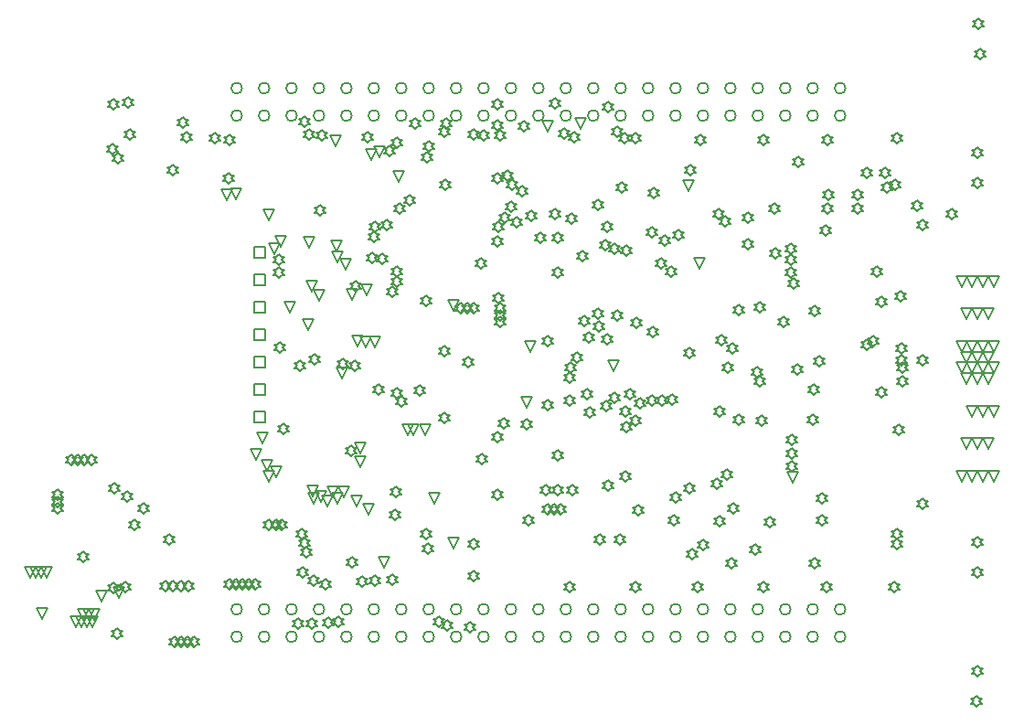
<source format=gbr>
G04 Layer_Color=2752767*
%FSLAX45Y45*%
%MOMM*%
%TF.FileFunction,Drawing*%
%TF.Part,Single*%
G01*
G75*
%TA.AperFunction,NonConductor*%
%ADD129C,0.12700*%
%ADD186C,0.16933*%
D129*
X9749200Y10557200D02*
Y10658800D01*
X9850800D01*
Y10557200D01*
X9749200D01*
Y11319200D02*
Y11420800D01*
X9850800D01*
Y11319200D01*
X9749200D01*
Y11065200D02*
Y11166800D01*
X9850800D01*
Y11065200D01*
X9749200D01*
Y10811200D02*
Y10912800D01*
X9850800D01*
Y10811200D01*
X9749200D01*
Y10303200D02*
Y10404800D01*
X9850800D01*
Y10303200D01*
X9749200D01*
Y10049200D02*
Y10150800D01*
X9850800D01*
Y10049200D01*
X9749200D01*
Y9795200D02*
Y9896800D01*
X9850800D01*
Y9795200D01*
X9749200D01*
X7680000Y8359200D02*
X7629200Y8460800D01*
X7730800D01*
X7680000Y8359200D01*
X7730000D02*
X7679200Y8460800D01*
X7780800D01*
X7730000Y8359200D01*
X7780000D02*
X7729200Y8460800D01*
X7830800D01*
X7780000Y8359200D01*
X7830000D02*
X7779200Y8460800D01*
X7880800D01*
X7830000Y8359200D01*
X8270000Y7969200D02*
X8219200Y8070800D01*
X8320800D01*
X8270000Y7969200D01*
X8220000D02*
X8169200Y8070800D01*
X8270800D01*
X8220000Y7969200D01*
X8170000Y7969200D02*
X8119200Y8070800D01*
X8220800D01*
X8170000Y7969200D01*
X8250000Y7899200D02*
X8199200Y8000800D01*
X8300800D01*
X8250000Y7899200D01*
X8100000D02*
X8049200Y8000800D01*
X8150800D01*
X8100000Y7899200D01*
X8150000D02*
X8099200Y8000800D01*
X8200800D01*
X8150000Y7899200D01*
X12470000Y12489200D02*
X12419200Y12590800D01*
X12520800D01*
X12470000Y12489200D01*
X12770000Y12509200D02*
X12719200Y12610800D01*
X12820799D01*
X12770000Y12509200D01*
X12710000Y12389200D02*
X12735400Y12414600D01*
X12760800D01*
X12735400Y12440000D01*
X12760800Y12465400D01*
X12735400D01*
X12710000Y12490800D01*
X12684600Y12465400D01*
X12659200D01*
X12684600Y12440000D01*
X12659200Y12414600D01*
X12684600D01*
X12710000Y12389200D01*
X12620000Y12419200D02*
X12645400Y12444600D01*
X12670800D01*
X12645400Y12470000D01*
X12670800Y12495400D01*
X12645400D01*
X12620000Y12520800D01*
X12594600Y12495400D01*
X12569200D01*
X12594600Y12470000D01*
X12569200Y12444600D01*
X12594600D01*
X12620000Y12419200D01*
X10860000Y11460200D02*
X10885400Y11485600D01*
X10910800D01*
X10885400Y11511000D01*
X10910800Y11536400D01*
X10885400D01*
X10860000Y11561800D01*
X10834600Y11536400D01*
X10809200D01*
X10834600Y11511000D01*
X10809200Y11485600D01*
X10834600D01*
X10860000Y11460200D01*
X7790000Y7979200D02*
X7739200Y8080800D01*
X7840800D01*
X7790000Y7979200D01*
X8340000Y8139200D02*
X8289200Y8240800D01*
X8390800D01*
X8340000Y8139200D01*
X8200000Y7899200D02*
X8149200Y8000800D01*
X8250800D01*
X8200000Y7899200D01*
X8499983Y8169184D02*
X8449183Y8270784D01*
X8550783D01*
X8499983Y8169184D01*
X8446000Y8215200D02*
X8471400Y8240600D01*
X8496800D01*
X8471400Y8266000D01*
X8496800Y8291400D01*
X8471400D01*
X8446000Y8316800D01*
X8420600Y8291400D01*
X8395200D01*
X8420600Y8266000D01*
X8395200Y8240600D01*
X8420600D01*
X8446000Y8215200D01*
X12012500Y10899200D02*
X12037900Y10924600D01*
X12063300D01*
X12037900Y10950000D01*
X12063300Y10975400D01*
X12037900D01*
X12012500Y11000800D01*
X11987100Y10975400D01*
X11961700D01*
X11987100Y10950000D01*
X11961700Y10924600D01*
X11987100D01*
X12012500Y10899200D01*
X12030000Y10799200D02*
X12055400Y10824600D01*
X12080800D01*
X12055400Y10850000D01*
X12080800Y10875400D01*
X12055400D01*
X12030000Y10900800D01*
X12004600Y10875400D01*
X11979200D01*
X12004600Y10850000D01*
X11979200Y10824600D01*
X12004600D01*
X12030000Y10799200D01*
Y10739200D02*
X12055400Y10764600D01*
X12080800D01*
X12055400Y10790000D01*
X12080800Y10815400D01*
X12055400D01*
X12030000Y10840800D01*
X12004600Y10815400D01*
X11979200D01*
X12004600Y10790000D01*
X11979200Y10764600D01*
X12004600D01*
X12030000Y10739200D01*
X13014999Y10519200D02*
X13040401Y10544600D01*
X13065800D01*
X13040401Y10570000D01*
X13065800Y10595400D01*
X13040401D01*
X13014999Y10620800D01*
X12989600Y10595400D01*
X12964200D01*
X12989600Y10570000D01*
X12964200Y10544600D01*
X12989600D01*
X13014999Y10519200D01*
X14130000Y9264200D02*
X14155400Y9289600D01*
X14180800D01*
X14155400Y9315000D01*
X14180800Y9340400D01*
X14155400D01*
X14130000Y9365800D01*
X14104601Y9340400D01*
X14079201D01*
X14104601Y9315000D01*
X14079201Y9289600D01*
X14104601D01*
X14130000Y9264200D01*
X13877499Y11221700D02*
X13826700Y11323300D01*
X13928300D01*
X13877499Y11221700D01*
X15889999Y11749200D02*
X15915401Y11774600D01*
X15940800D01*
X15915401Y11800000D01*
X15940800Y11825400D01*
X15915401D01*
X15889999Y11850800D01*
X15864600Y11825400D01*
X15839200D01*
X15864600Y11800000D01*
X15839200Y11774600D01*
X15864600D01*
X15889999Y11749200D01*
X16450000Y11959200D02*
X16475400Y11984600D01*
X16500800D01*
X16475400Y12010000D01*
X16500800Y12035400D01*
X16475400D01*
X16450000Y12060800D01*
X16424600Y12035400D01*
X16399200D01*
X16424600Y12010000D01*
X16399200Y11984600D01*
X16424600D01*
X16450000Y11959200D01*
Y12239200D02*
X16475400Y12264600D01*
X16500800D01*
X16475400Y12290000D01*
X16500800Y12315400D01*
X16475400D01*
X16450000Y12340800D01*
X16424600Y12315400D01*
X16399200D01*
X16424600Y12290000D01*
X16399200Y12264600D01*
X16424600D01*
X16450000Y12239200D01*
X15700000Y8619200D02*
X15725400Y8644600D01*
X15750800D01*
X15725400Y8670000D01*
X15750800Y8695400D01*
X15725400D01*
X15700000Y8720800D01*
X15674600Y8695400D01*
X15649200D01*
X15674600Y8670000D01*
X15649200Y8644600D01*
X15674600D01*
X15700000Y8619200D01*
X16439999Y7159200D02*
X16465401Y7184600D01*
X16490800D01*
X16465401Y7210000D01*
X16490800Y7235400D01*
X16465401D01*
X16439999Y7260800D01*
X16414600Y7235400D01*
X16389200D01*
X16414600Y7210000D01*
X16389200Y7184600D01*
X16414600D01*
X16439999Y7159200D01*
X16450000Y7439200D02*
X16475400Y7464600D01*
X16500800D01*
X16475400Y7490000D01*
X16500800Y7515400D01*
X16475400D01*
X16450000Y7540800D01*
X16424600Y7515400D01*
X16399200D01*
X16424600Y7490000D01*
X16399200Y7464600D01*
X16424600D01*
X16450000Y7439200D01*
X8490000Y12189200D02*
X8515400Y12214600D01*
X8540800D01*
X8515400Y12240000D01*
X8540800Y12265400D01*
X8515400D01*
X8490000Y12290800D01*
X8464600Y12265400D01*
X8439200D01*
X8464600Y12240000D01*
X8439200Y12214600D01*
X8464600D01*
X8490000Y12189200D01*
X8600000Y12409200D02*
X8625400Y12434600D01*
X8650800D01*
X8625400Y12460000D01*
X8650800Y12485400D01*
X8625400D01*
X8600000Y12510800D01*
X8574600Y12485400D01*
X8549200D01*
X8574600Y12460000D01*
X8549200Y12434600D01*
X8574600D01*
X8600000Y12409200D01*
X8450000Y12689200D02*
X8475400Y12714600D01*
X8500800D01*
X8475400Y12740000D01*
X8500800Y12765400D01*
X8475400D01*
X8450000Y12790800D01*
X8424600Y12765400D01*
X8399200D01*
X8424600Y12740000D01*
X8399200Y12714600D01*
X8424600D01*
X8450000Y12689200D01*
X8580000Y12709200D02*
X8605400Y12734600D01*
X8630800D01*
X8605400Y12760000D01*
X8630800Y12785400D01*
X8605400D01*
X8580000Y12810800D01*
X8554600Y12785400D01*
X8529200D01*
X8554600Y12760000D01*
X8529200Y12734600D01*
X8554600D01*
X8580000Y12709200D01*
X11070000Y11139200D02*
X11095400Y11164600D01*
X11120800D01*
X11095400Y11190000D01*
X11120800Y11215400D01*
X11095400D01*
X11070000Y11240800D01*
X11044600Y11215400D01*
X11019200D01*
X11044600Y11190000D01*
X11019200Y11164600D01*
X11044600D01*
X11070000Y11139200D01*
X11060000Y9099200D02*
X11085400Y9124600D01*
X11110800D01*
X11085400Y9150000D01*
X11110800Y9175400D01*
X11085400D01*
X11060000Y9200800D01*
X11034600Y9175400D01*
X11009200D01*
X11034600Y9150000D01*
X11009200Y9124600D01*
X11034600D01*
X11060000Y9099200D01*
X14320000Y11639200D02*
X14345399Y11664600D01*
X14370799D01*
X14345399Y11690000D01*
X14370799Y11715400D01*
X14345399D01*
X14320000Y11740800D01*
X14294600Y11715400D01*
X14269200D01*
X14294600Y11690000D01*
X14269200Y11664600D01*
X14294600D01*
X14320000Y11639200D01*
X9390000Y12379200D02*
X9415400Y12404600D01*
X9440800D01*
X9415400Y12430000D01*
X9440800Y12455400D01*
X9415400D01*
X9390000Y12480800D01*
X9364600Y12455400D01*
X9339200D01*
X9364600Y12430000D01*
X9339200Y12404600D01*
X9364600D01*
X9390000Y12379200D01*
X9120000Y12389200D02*
X9145400Y12414600D01*
X9170800D01*
X9145400Y12440000D01*
X9170800Y12465400D01*
X9145400D01*
X9120000Y12490800D01*
X9094600Y12465400D01*
X9069200D01*
X9094600Y12440000D01*
X9069200Y12414600D01*
X9094600D01*
X9120000Y12389200D01*
X14739970Y9239181D02*
X14689171Y9340781D01*
X14790771D01*
X14739970Y9239181D01*
X11100000Y11729200D02*
X11125400Y11754600D01*
X11150800D01*
X11125400Y11780000D01*
X11150800Y11805400D01*
X11125400D01*
X11100000Y11830800D01*
X11074600Y11805400D01*
X11049200D01*
X11074600Y11780000D01*
X11049200Y11754600D01*
X11074600D01*
X11100000Y11729200D01*
X13650000Y9049200D02*
X13675400Y9074600D01*
X13700800D01*
X13675400Y9100000D01*
X13700800Y9125400D01*
X13675400D01*
X13650000Y9150800D01*
X13624600Y9125400D01*
X13599200D01*
X13624600Y9100000D01*
X13599200Y9074600D01*
X13624600D01*
X13650000Y9049200D01*
X13430000Y11509200D02*
X13455400Y11534600D01*
X13480800D01*
X13455400Y11560000D01*
X13480800Y11585400D01*
X13455400D01*
X13430000Y11610800D01*
X13404601Y11585400D01*
X13379201D01*
X13404601Y11560000D01*
X13379201Y11534600D01*
X13404601D01*
X13430000Y11509200D01*
X13770000Y11939200D02*
X13719200Y12040800D01*
X13820799D01*
X13770000Y11939200D01*
X13189999Y9249200D02*
X13215401Y9274600D01*
X13240800D01*
X13215401Y9300000D01*
X13240800Y9325400D01*
X13215401D01*
X13189999Y9350800D01*
X13164600Y9325400D01*
X13139200D01*
X13164600Y9300000D01*
X13139200Y9274600D01*
X13164600D01*
X13189999Y9249200D01*
X13000000Y11389200D02*
X13025400Y11414600D01*
X13050800D01*
X13025400Y11440000D01*
X13050800Y11465400D01*
X13025400D01*
X13000000Y11490800D01*
X12974600Y11465400D01*
X12949200D01*
X12974600Y11440000D01*
X12949200Y11414600D01*
X12974600D01*
X13000000Y11389200D01*
X13200000Y9699200D02*
X13225400Y9724600D01*
X13250800D01*
X13225400Y9750000D01*
X13250800Y9775400D01*
X13225400D01*
X13200000Y9800800D01*
X13174600Y9775400D01*
X13149200D01*
X13174600Y9750000D01*
X13149200Y9724600D01*
X13174600D01*
X13200000Y9699200D01*
X10310000Y10329200D02*
X10335400Y10354600D01*
X10360800D01*
X10335400Y10380000D01*
X10360800Y10405400D01*
X10335400D01*
X10310000Y10430800D01*
X10284600Y10405400D01*
X10259200D01*
X10284600Y10380000D01*
X10259200Y10354600D01*
X10284600D01*
X10310000Y10329200D01*
X10940000Y11259200D02*
X10965400Y11284600D01*
X10990800D01*
X10965400Y11310000D01*
X10990800Y11335400D01*
X10965400D01*
X10940000Y11360800D01*
X10914600Y11335400D01*
X10889200D01*
X10914600Y11310000D01*
X10889200Y11284600D01*
X10914600D01*
X10940000Y11259200D01*
X10730000Y9509200D02*
X10679200Y9610800D01*
X10780800D01*
X10730000Y9509200D01*
X10430000Y9019200D02*
X10379200Y9120800D01*
X10480800D01*
X10430000Y9019200D01*
X10560000Y10199200D02*
X10509200Y10300800D01*
X10610800D01*
X10560000Y10199200D01*
X12070000Y11639200D02*
X12095400Y11664600D01*
X12120800D01*
X12095400Y11690000D01*
X12120800Y11715400D01*
X12095400D01*
X12070000Y11740800D01*
X12044600Y11715400D01*
X12019200D01*
X12044600Y11690000D01*
X12019200Y11664600D01*
X12044600D01*
X12070000Y11639200D01*
X12000000Y12499200D02*
X12025400Y12524600D01*
X12050800D01*
X12025400Y12550000D01*
X12050800Y12575400D01*
X12025400D01*
X12000000Y12600800D01*
X11974600Y12575400D01*
X11949200D01*
X11974600Y12550000D01*
X11949200Y12524600D01*
X11974600D01*
X12000000Y12499200D01*
X10869978Y11559177D02*
X10895378Y11584577D01*
X10920778D01*
X10895378Y11609977D01*
X10920778Y11635377D01*
X10895378D01*
X10869978Y11660777D01*
X10844578Y11635377D01*
X10819178D01*
X10844578Y11609977D01*
X10819178Y11584577D01*
X10844578D01*
X10869978Y11559177D01*
X11780000Y8619200D02*
X11805400Y8644600D01*
X11830800D01*
X11805400Y8670000D01*
X11830800Y8695400D01*
X11805400D01*
X11780000Y8720800D01*
X11754600Y8695400D01*
X11729200D01*
X11754600Y8670000D01*
X11729200Y8644600D01*
X11754600D01*
X11780000Y8619200D01*
X11090000Y12019200D02*
X11039200Y12120800D01*
X11140800D01*
X11090000Y12019200D01*
X13789999Y12079200D02*
X13815401Y12104600D01*
X13840800D01*
X13815401Y12130000D01*
X13840800Y12155400D01*
X13815401D01*
X13789999Y12180800D01*
X13764600Y12155400D01*
X13739200D01*
X13764600Y12130000D01*
X13739200Y12104600D01*
X13764600D01*
X13789999Y12079200D01*
X13780000Y9139200D02*
X13805400Y9164600D01*
X13830800D01*
X13805400Y9190000D01*
X13830800Y9215400D01*
X13805400D01*
X13780000Y9240800D01*
X13754601Y9215400D01*
X13729201D01*
X13754601Y9190000D01*
X13729201Y9164600D01*
X13754601D01*
X13780000Y9139200D01*
X14430000Y10809200D02*
X14455400Y10834600D01*
X14480800D01*
X14455400Y10860000D01*
X14480800Y10885400D01*
X14455400D01*
X14430000Y10910800D01*
X14404601Y10885400D01*
X14379201D01*
X14404601Y10860000D01*
X14379201Y10834600D01*
X14404601D01*
X14430000Y10809200D01*
X8170000Y8499200D02*
X8195400Y8524600D01*
X8220800D01*
X8195400Y8550000D01*
X8220800Y8575400D01*
X8195400D01*
X8170000Y8600800D01*
X8144600Y8575400D01*
X8119200D01*
X8144600Y8550000D01*
X8119200Y8524600D01*
X8144600D01*
X8170000Y8499200D01*
X14530000Y8819200D02*
X14555400Y8844600D01*
X14580800D01*
X14555400Y8870000D01*
X14580800Y8895400D01*
X14555400D01*
X14530000Y8920800D01*
X14504601Y8895400D01*
X14479201D01*
X14504601Y8870000D01*
X14479201Y8844600D01*
X14504601D01*
X14530000Y8819200D01*
X10440000Y7889200D02*
X10465400Y7914600D01*
X10490800D01*
X10465400Y7940000D01*
X10490800Y7965400D01*
X10465400D01*
X10440000Y7990800D01*
X10414600Y7965400D01*
X10389200D01*
X10414600Y7940000D01*
X10389200Y7914600D01*
X10414600D01*
X10440000Y7889200D01*
X10280000Y7879200D02*
X10305400Y7904600D01*
X10330800D01*
X10305400Y7930000D01*
X10330800Y7955400D01*
X10305400D01*
X10280000Y7980800D01*
X10254600Y7955400D01*
X10229200D01*
X10254600Y7930000D01*
X10229200Y7904600D01*
X10254600D01*
X10280000Y7879200D01*
X10160000D02*
X10185400Y7904600D01*
X10210800D01*
X10185400Y7930000D01*
X10210800Y7955400D01*
X10185400D01*
X10160000Y7980800D01*
X10134600Y7955400D01*
X10109200D01*
X10134600Y7930000D01*
X10109200Y7904600D01*
X10134600D01*
X10160000Y7879200D01*
X11750000Y7849200D02*
X11775400Y7874600D01*
X11800800D01*
X11775400Y7900000D01*
X11800800Y7925400D01*
X11775400D01*
X11750000Y7950800D01*
X11724600Y7925400D01*
X11699200D01*
X11724600Y7900000D01*
X11699200Y7874600D01*
X11724600D01*
X11750000Y7849200D01*
X8060000Y9399200D02*
X8085400Y9424600D01*
X8110800D01*
X8085400Y9450000D01*
X8110800Y9475400D01*
X8085400D01*
X8060000Y9500800D01*
X8034600Y9475400D01*
X8009200D01*
X8034600Y9450000D01*
X8009200Y9424600D01*
X8034600D01*
X8060000Y9399200D01*
X8120000D02*
X8145400Y9424600D01*
X8170800D01*
X8145400Y9450000D01*
X8170800Y9475400D01*
X8145400D01*
X8120000Y9500800D01*
X8094600Y9475400D01*
X8069200D01*
X8094600Y9450000D01*
X8069200Y9424600D01*
X8094600D01*
X8120000Y9399200D01*
X8180000D02*
X8205400Y9424600D01*
X8230800D01*
X8205400Y9450000D01*
X8230800Y9475400D01*
X8205400D01*
X8180000Y9500800D01*
X8154600Y9475400D01*
X8129200D01*
X8154600Y9450000D01*
X8129200Y9424600D01*
X8154600D01*
X8180000Y9399200D01*
X8240000D02*
X8265400Y9424600D01*
X8290800D01*
X8265400Y9450000D01*
X8290800Y9475400D01*
X8265400D01*
X8240000Y9500800D01*
X8214600Y9475400D01*
X8189200D01*
X8214600Y9450000D01*
X8189200Y9424600D01*
X8214600D01*
X8240000Y9399200D01*
X11170000Y9679200D02*
X11119200Y9780800D01*
X11220800D01*
X11170000Y9679200D01*
X14780000Y10239200D02*
X14805400Y10264600D01*
X14830800D01*
X14805400Y10290000D01*
X14830800Y10315400D01*
X14805400D01*
X14780000Y10340800D01*
X14754601Y10315400D01*
X14729201D01*
X14754601Y10290000D01*
X14729201Y10264600D01*
X14754601D01*
X14780000Y10239200D01*
X11539977Y7869184D02*
X11565377Y7894584D01*
X11590777D01*
X11565377Y7919984D01*
X11590777Y7945384D01*
X11565377D01*
X11539977Y7970784D01*
X11514577Y7945384D01*
X11489177D01*
X11514577Y7919984D01*
X11489177Y7894584D01*
X11514577D01*
X11539977Y7869184D01*
X11460000Y7899200D02*
X11485400Y7924600D01*
X11510800D01*
X11485400Y7950000D01*
X11510800Y7975400D01*
X11485400D01*
X11460000Y8000800D01*
X11434600Y7975400D01*
X11409200D01*
X11434600Y7950000D01*
X11409200Y7924600D01*
X11434600D01*
X11460000Y7899200D01*
X10531924Y7897277D02*
X10557324Y7922677D01*
X10582724D01*
X10557324Y7948077D01*
X10582724Y7973477D01*
X10557324D01*
X10531924Y7998877D01*
X10506524Y7973477D01*
X10481124D01*
X10506524Y7948077D01*
X10481124Y7922677D01*
X10506524D01*
X10531924Y7897277D01*
X13110001Y12439200D02*
X13135400Y12464600D01*
X13160800D01*
X13135400Y12490000D01*
X13160800Y12515400D01*
X13135400D01*
X13110001Y12540800D01*
X13084599Y12515400D01*
X13059200D01*
X13084599Y12490000D01*
X13059200Y12464600D01*
X13084599D01*
X13110001Y12439200D01*
X13030000Y12669200D02*
X13055400Y12694600D01*
X13080800D01*
X13055400Y12720000D01*
X13080800Y12745400D01*
X13055400D01*
X13030000Y12770800D01*
X13004601Y12745400D01*
X12979201D01*
X13004601Y12720000D01*
X12979201Y12694600D01*
X13004601D01*
X13030000Y12669200D01*
X12537800Y12701400D02*
X12563200Y12726800D01*
X12588600D01*
X12563200Y12752200D01*
X12588600Y12777600D01*
X12563200D01*
X12537800Y12803000D01*
X12512400Y12777600D01*
X12487000D01*
X12512400Y12752200D01*
X12487000Y12726800D01*
X12512400D01*
X12537800Y12701400D01*
X10170000Y10269200D02*
X10195400Y10294600D01*
X10220800D01*
X10195400Y10320000D01*
X10220800Y10345400D01*
X10195400D01*
X10170000Y10370800D01*
X10144600Y10345400D01*
X10119200D01*
X10144600Y10320000D01*
X10119200Y10294600D01*
X10144600D01*
X10170000Y10269200D01*
X11190000Y11799200D02*
X11215400Y11824600D01*
X11240800D01*
X11215400Y11850000D01*
X11240800Y11875400D01*
X11215400D01*
X11190000Y11900800D01*
X11164600Y11875400D01*
X11139200D01*
X11164600Y11850000D01*
X11139200Y11824600D01*
X11164600D01*
X11190000Y11799200D01*
X10840000Y11269200D02*
X10865400Y11294600D01*
X10890800D01*
X10865400Y11320000D01*
X10890800Y11345400D01*
X10865400D01*
X10840000Y11370800D01*
X10814600Y11345400D01*
X10789200D01*
X10814600Y11320000D01*
X10789200Y11294600D01*
X10814600D01*
X10840000Y11269200D01*
X10360000Y11709200D02*
X10385400Y11734600D01*
X10410800D01*
X10385400Y11760000D01*
X10410800Y11785400D01*
X10385400D01*
X10360000Y11810800D01*
X10334600Y11785400D01*
X10309200D01*
X10334600Y11760000D01*
X10309200Y11734600D01*
X10334600D01*
X10360000Y11709200D01*
X10380000Y12399200D02*
X10405400Y12424600D01*
X10430800D01*
X10405400Y12450000D01*
X10430800Y12475400D01*
X10405400D01*
X10380000Y12500800D01*
X10354600Y12475400D01*
X10329200D01*
X10354600Y12450000D01*
X10329200Y12424600D01*
X10354600D01*
X10380000Y12399200D01*
X12100000Y12033446D02*
X12125400Y12058846D01*
X12150800D01*
X12125400Y12084246D01*
X12150800Y12109646D01*
X12125400D01*
X12100000Y12135046D01*
X12074600Y12109646D01*
X12049200D01*
X12074600Y12084246D01*
X12049200Y12058846D01*
X12074600D01*
X12100000Y12033446D01*
X10979978Y11569177D02*
X11005378Y11594577D01*
X11030778D01*
X11005378Y11619977D01*
X11030778Y11645377D01*
X11005378D01*
X10979978Y11670777D01*
X10954578Y11645377D01*
X10929178D01*
X10954578Y11619977D01*
X10929178Y11594577D01*
X10954578D01*
X10979978Y11569177D01*
X11070000Y12339200D02*
X11095400Y12364600D01*
X11120800D01*
X11095400Y12390000D01*
X11120800Y12415400D01*
X11095400D01*
X11070000Y12440800D01*
X11044600Y12415400D01*
X11019200D01*
X11044600Y12390000D01*
X11019200Y12364600D01*
X11044600D01*
X11070000Y12339200D01*
X11000000Y12259200D02*
X11025400Y12284600D01*
X11050800D01*
X11025400Y12310000D01*
X11050800Y12335400D01*
X11025400D01*
X11000000Y12360800D01*
X10974600Y12335400D01*
X10949200D01*
X10974600Y12310000D01*
X10949200Y12284600D01*
X10974600D01*
X11000000Y12259200D01*
X10800000Y12389200D02*
X10825400Y12414600D01*
X10850800D01*
X10825400Y12440000D01*
X10850800Y12465400D01*
X10825400D01*
X10800000Y12490800D01*
X10774600Y12465400D01*
X10749200D01*
X10774600Y12440000D01*
X10749200Y12414600D01*
X10774600D01*
X10800000Y12389200D01*
X11370000Y12299200D02*
X11395400Y12324600D01*
X11420800D01*
X11395400Y12350000D01*
X11420800Y12375400D01*
X11395400D01*
X11370000Y12400800D01*
X11344600Y12375400D01*
X11319200D01*
X11344600Y12350000D01*
X11319200Y12324600D01*
X11344600D01*
X11370000Y12299200D01*
X11340000Y10869200D02*
X11365400Y10894600D01*
X11390800D01*
X11365400Y10920000D01*
X11390800Y10945400D01*
X11365400D01*
X11340000Y10970800D01*
X11314600Y10945400D01*
X11289200D01*
X11314600Y10920000D01*
X11289200Y10894600D01*
X11314600D01*
X11340000Y10869200D01*
X10832500Y12225383D02*
X10781700Y12326983D01*
X10883300D01*
X10832500Y12225383D01*
X10910000Y12249200D02*
X10859200Y12350800D01*
X10960800D01*
X10910000Y12249200D01*
X11240000Y12509200D02*
X11265400Y12534600D01*
X11290800D01*
X11265400Y12560000D01*
X11290800Y12585400D01*
X11265400D01*
X11240000Y12610800D01*
X11214600Y12585400D01*
X11189200D01*
X11214600Y12560000D01*
X11189200Y12534600D01*
X11214600D01*
X11240000Y12509200D01*
X10220000Y12529200D02*
X10245400Y12554600D01*
X10270800D01*
X10245400Y12580000D01*
X10270800Y12605400D01*
X10245400D01*
X10220000Y12630800D01*
X10194600Y12605400D01*
X10169200D01*
X10194600Y12580000D01*
X10169200Y12554600D01*
X10194600D01*
X10220000Y12529200D01*
X11880000Y12399200D02*
X11905400Y12424600D01*
X11930800D01*
X11905400Y12450000D01*
X11930800Y12475400D01*
X11905400D01*
X11880000Y12500800D01*
X11854600Y12475400D01*
X11829200D01*
X11854600Y12450000D01*
X11829200Y12424600D01*
X11854600D01*
X11880000Y12399200D01*
X11780000Y12409200D02*
X11805400Y12434600D01*
X11830800D01*
X11805400Y12460000D01*
X11830800Y12485400D01*
X11805400D01*
X11780000Y12510800D01*
X11754600Y12485400D01*
X11729200D01*
X11754600Y12460000D01*
X11729200Y12434600D01*
X11754600D01*
X11780000Y12409200D01*
X11526658Y12511675D02*
X11552058Y12537075D01*
X11577458D01*
X11552058Y12562475D01*
X11577458Y12587875D01*
X11552058D01*
X11526658Y12613275D01*
X11501258Y12587875D01*
X11475858D01*
X11501258Y12562475D01*
X11475858Y12537075D01*
X11501258D01*
X11526658Y12511675D01*
X11509977Y12439175D02*
X11535377Y12464575D01*
X11560777D01*
X11535377Y12489975D01*
X11560777Y12515375D01*
X11535377D01*
X11509977Y12540775D01*
X11484577Y12515375D01*
X11459177D01*
X11484577Y12489975D01*
X11459177Y12464575D01*
X11484577D01*
X11509977Y12439175D01*
X12000000Y12689200D02*
X12025400Y12714600D01*
X12050800D01*
X12025400Y12740000D01*
X12050800Y12765400D01*
X12025400D01*
X12000000Y12790800D01*
X11974600Y12765400D01*
X11949200D01*
X11974600Y12740000D01*
X11949200Y12714600D01*
X11974600D01*
X12000000Y12689200D01*
X12030000Y12399200D02*
X12055400Y12424600D01*
X12080800D01*
X12055400Y12450000D01*
X12080800Y12475400D01*
X12055400D01*
X12030000Y12500800D01*
X12004600Y12475400D01*
X11979200D01*
X12004600Y12450000D01*
X11979200Y12424600D01*
X12004600D01*
X12030000Y12399200D01*
X12249975Y12489175D02*
X12275375Y12514575D01*
X12300775D01*
X12275375Y12539975D01*
X12300775Y12565375D01*
X12275375D01*
X12249975Y12590775D01*
X12224575Y12565375D01*
X12199175D01*
X12224575Y12539975D01*
X12199175Y12514575D01*
X12224575D01*
X12249975Y12489175D01*
X11999976Y11419177D02*
X12025376Y11444577D01*
X12050776D01*
X12025376Y11469977D01*
X12050776Y11495377D01*
X12025376D01*
X11999976Y11520777D01*
X11974576Y11495377D01*
X11949176D01*
X11974576Y11469977D01*
X11949176Y11444577D01*
X11974576D01*
X11999976Y11419177D01*
X12010000Y11559200D02*
X12035400Y11584600D01*
X12060800D01*
X12035400Y11610000D01*
X12060800Y11635400D01*
X12035400D01*
X12010000Y11660800D01*
X11984600Y11635400D01*
X11959200D01*
X11984600Y11610000D01*
X11959200Y11584600D01*
X11984600D01*
X12010000Y11559200D01*
X10260000Y12409200D02*
X10285400Y12434600D01*
X10310800D01*
X10285400Y12460000D01*
X10310800Y12485400D01*
X10285400D01*
X10260000Y12510800D01*
X10234600Y12485400D01*
X10209200D01*
X10234600Y12460000D01*
X10209200Y12434600D01*
X10234600D01*
X10260000Y12409200D01*
X10290000Y9109200D02*
X10239200Y9210800D01*
X10340800D01*
X10290000Y9109200D01*
X10570000Y10289200D02*
X10595400Y10314600D01*
X10620800D01*
X10595400Y10340000D01*
X10620800Y10365400D01*
X10595400D01*
X10570000Y10390800D01*
X10544600Y10365400D01*
X10519200D01*
X10544600Y10340000D01*
X10519200Y10314600D01*
X10544600D01*
X10570000Y10289200D01*
X9830000Y9599200D02*
X9779200Y9700800D01*
X9880800D01*
X9830000Y9599200D01*
X10220000Y8629200D02*
X10245400Y8654600D01*
X10270800D01*
X10245400Y8680000D01*
X10270800Y8705400D01*
X10245400D01*
X10220000Y8730800D01*
X10194600Y8705400D01*
X10169200D01*
X10194600Y8680000D01*
X10169200Y8654600D01*
X10194600D01*
X10220000Y8629200D01*
X11660000Y10799200D02*
X11685400Y10824600D01*
X11710800D01*
X11685400Y10850000D01*
X11710800Y10875400D01*
X11685400D01*
X11660000Y10900800D01*
X11634600Y10875400D01*
X11609200D01*
X11634600Y10850000D01*
X11609200Y10824600D01*
X11634600D01*
X11660000Y10799200D01*
X11070000Y11049200D02*
X11095400Y11074600D01*
X11120800D01*
X11095400Y11100000D01*
X11120800Y11125400D01*
X11095400D01*
X11070000Y11150800D01*
X11044600Y11125400D01*
X11019200D01*
X11044600Y11100000D01*
X11019200Y11074600D01*
X11044600D01*
X11070000Y11049200D01*
X11999976Y12009176D02*
X12025376Y12034576D01*
X12050776D01*
X12025376Y12059976D01*
X12050776Y12085376D01*
X12025376D01*
X11999976Y12110776D01*
X11974576Y12085376D01*
X11949176D01*
X11974576Y12059976D01*
X11949176Y12034576D01*
X11974576D01*
X11999976Y12009176D01*
X11029978Y10959178D02*
X11055378Y10984578D01*
X11080778D01*
X11055378Y11009978D01*
X11080778Y11035378D01*
X11055378D01*
X11029978Y11060778D01*
X11004578Y11035378D01*
X10979178D01*
X11004578Y11009978D01*
X10979178Y10984578D01*
X11004578D01*
X11029978Y10959178D01*
X12229976Y11889176D02*
X12255376Y11914576D01*
X12280776D01*
X12255376Y11939976D01*
X12280776Y11965376D01*
X12255376D01*
X12229976Y11990776D01*
X12204576Y11965376D01*
X12179176D01*
X12204576Y11939976D01*
X12179176Y11914576D01*
X12204576D01*
X12229976Y11889176D01*
X12930000Y11759200D02*
X12955400Y11784600D01*
X12980800D01*
X12955400Y11810000D01*
X12980800Y11835400D01*
X12955400D01*
X12930000Y11860800D01*
X12904601Y11835400D01*
X12879201D01*
X12904601Y11810000D01*
X12879201Y11784600D01*
X12904601D01*
X12930000Y11759200D01*
X11720000Y10799200D02*
X11745400Y10824600D01*
X11770800D01*
X11745400Y10850000D01*
X11770800Y10875400D01*
X11745400D01*
X11720000Y10900800D01*
X11694600Y10875400D01*
X11669200D01*
X11694600Y10850000D01*
X11669200Y10824600D01*
X11694600D01*
X11720000Y10799200D01*
X11780000D02*
X11805400Y10824600D01*
X11830800D01*
X11805400Y10850000D01*
X11830800Y10875400D01*
X11805400D01*
X11780000Y10900800D01*
X11754600Y10875400D01*
X11729200D01*
X11754600Y10850000D01*
X11729200Y10824600D01*
X11754600D01*
X11780000Y10799200D01*
X9640000Y8249200D02*
X9665400Y8274600D01*
X9690800D01*
X9665400Y8300000D01*
X9690800Y8325400D01*
X9665400D01*
X9640000Y8350800D01*
X9614600Y8325400D01*
X9589200D01*
X9614600Y8300000D01*
X9589200Y8274600D01*
X9614600D01*
X9640000Y8249200D01*
X11030000Y8289200D02*
X11055400Y8314600D01*
X11080800D01*
X11055400Y8340000D01*
X11080800Y8365400D01*
X11055400D01*
X11030000Y8390800D01*
X11004600Y8365400D01*
X10979200D01*
X11004600Y8340000D01*
X10979200Y8314600D01*
X11004600D01*
X11030000Y8289200D01*
X11057500Y8891700D02*
X11082900Y8917100D01*
X11108300D01*
X11082900Y8942500D01*
X11108300Y8967900D01*
X11082900D01*
X11057500Y8993300D01*
X11032100Y8967900D01*
X11006700D01*
X11032100Y8942500D01*
X11006700Y8917100D01*
X11032100D01*
X11057500Y8891700D01*
X12942500Y10631700D02*
X12967900Y10657100D01*
X12993300D01*
X12967900Y10682500D01*
X12993300Y10707900D01*
X12967900D01*
X12942500Y10733300D01*
X12917101Y10707900D01*
X12891701D01*
X12917101Y10682500D01*
X12891701Y10657100D01*
X12917101D01*
X12942500Y10631700D01*
X13620000Y9959200D02*
X13645399Y9984600D01*
X13670799D01*
X13645399Y10010000D01*
X13670799Y10035400D01*
X13645399D01*
X13620000Y10060800D01*
X13594600Y10035400D01*
X13569200D01*
X13594600Y10010000D01*
X13569200Y9984600D01*
X13594600D01*
X13620000Y9959200D01*
X13529973Y9949180D02*
X13555373Y9974580D01*
X13580772D01*
X13555373Y9999980D01*
X13580772Y10025380D01*
X13555373D01*
X13529973Y10050780D01*
X13504573Y10025380D01*
X13479173D01*
X13504573Y9999980D01*
X13479173Y9974580D01*
X13504573D01*
X13529973Y9949180D01*
X13429973D02*
X13455373Y9974580D01*
X13480772D01*
X13455373Y9999980D01*
X13480772Y10025380D01*
X13455373D01*
X13429973Y10050780D01*
X13404573Y10025380D01*
X13379173D01*
X13404573Y9999980D01*
X13379173Y9974580D01*
X13404573D01*
X13429973Y9949180D01*
X13319974Y9919180D02*
X13345374Y9944580D01*
X13370773D01*
X13345374Y9969980D01*
X13370773Y9995380D01*
X13345374D01*
X13319974Y10020780D01*
X13294572Y9995380D01*
X13269173D01*
X13294572Y9969980D01*
X13269173Y9944580D01*
X13294572D01*
X13319974Y9919180D01*
X13189999Y9849200D02*
X13215401Y9874600D01*
X13240800D01*
X13215401Y9900000D01*
X13240800Y9925400D01*
X13215401D01*
X13189999Y9950800D01*
X13164600Y9925400D01*
X13139200D01*
X13164600Y9900000D01*
X13139200Y9874600D01*
X13164600D01*
X13189999Y9849200D01*
X13089999Y9969200D02*
X13115401Y9994600D01*
X13140800D01*
X13115401Y10020000D01*
X13140800Y10045400D01*
X13115401D01*
X13089999Y10070800D01*
X13064600Y10045400D01*
X13039200D01*
X13064600Y10020000D01*
X13039200Y9994600D01*
X13064600D01*
X13089999Y9969200D01*
X12680000Y10249200D02*
X12705400Y10274600D01*
X12730800D01*
X12705400Y10300000D01*
X12730800Y10325400D01*
X12705400D01*
X12680000Y10350800D01*
X12654600Y10325400D01*
X12629200D01*
X12654600Y10300000D01*
X12629200Y10274600D01*
X12654600D01*
X12680000Y10249200D01*
X12740000Y10349200D02*
X12765400Y10374600D01*
X12790800D01*
X12765400Y10400000D01*
X12790800Y10425400D01*
X12765400D01*
X12740000Y10450800D01*
X12714600Y10425400D01*
X12689200D01*
X12714600Y10400000D01*
X12689200Y10374600D01*
X12714600D01*
X12740000Y10349200D01*
X12560000Y9119200D02*
X12585400Y9144600D01*
X12610800D01*
X12585400Y9170000D01*
X12610800Y9195400D01*
X12585400D01*
X12560000Y9220800D01*
X12534600Y9195400D01*
X12509200D01*
X12534600Y9170000D01*
X12509200Y9144600D01*
X12534600D01*
X12560000Y9119200D01*
X12450000D02*
X12475400Y9144600D01*
X12500800D01*
X12475400Y9170000D01*
X12500800Y9195400D01*
X12475400D01*
X12450000Y9220800D01*
X12424600Y9195400D01*
X12399200D01*
X12424600Y9170000D01*
X12399200Y9144600D01*
X12424600D01*
X12450000Y9119200D01*
X12470000Y8939200D02*
X12495400Y8964600D01*
X12520800D01*
X12495400Y8990000D01*
X12520800Y9015400D01*
X12495400D01*
X12470000Y9040800D01*
X12444600Y9015400D01*
X12419200D01*
X12444600Y8990000D01*
X12419200Y8964600D01*
X12444600D01*
X12470000Y8939200D01*
X12530000D02*
X12555400Y8964600D01*
X12580800D01*
X12555400Y8990000D01*
X12580800Y9015400D01*
X12555400D01*
X12530000Y9040800D01*
X12504600Y9015400D01*
X12479200D01*
X12504600Y8990000D01*
X12479200Y8964600D01*
X12504600D01*
X12530000Y8939200D01*
X12540000Y11679200D02*
X12565400Y11704600D01*
X12590800D01*
X12565400Y11730000D01*
X12590800Y11755400D01*
X12565400D01*
X12540000Y11780800D01*
X12514600Y11755400D01*
X12489200D01*
X12514600Y11730000D01*
X12489200Y11704600D01*
X12514600D01*
X12540000Y11679200D01*
X12560000Y9439200D02*
X12585400Y9464600D01*
X12610800D01*
X12585400Y9490000D01*
X12610800Y9515400D01*
X12585400D01*
X12560000Y9540800D01*
X12534600Y9515400D01*
X12509200D01*
X12534600Y9490000D01*
X12509200Y9464600D01*
X12534600D01*
X12560000Y9439200D01*
X11340000Y8709200D02*
X11365400Y8734600D01*
X11390800D01*
X11365400Y8760000D01*
X11390800Y8785400D01*
X11365400D01*
X11340000Y8810800D01*
X11314600Y8785400D01*
X11289200D01*
X11314600Y8760000D01*
X11289200Y8734600D01*
X11314600D01*
X11340000Y8709200D01*
X11360000Y8579200D02*
X11385400Y8604600D01*
X11410800D01*
X11385400Y8630000D01*
X11410800Y8655400D01*
X11385400D01*
X11360000Y8680800D01*
X11334600Y8655400D01*
X11309200D01*
X11334600Y8630000D01*
X11309200Y8604600D01*
X11334600D01*
X11360000Y8579200D01*
X9520000Y8249200D02*
X9545400Y8274600D01*
X9570800D01*
X9545400Y8300000D01*
X9570800Y8325400D01*
X9545400D01*
X9520000Y8350800D01*
X9494600Y8325400D01*
X9469200D01*
X9494600Y8300000D01*
X9469200Y8274600D01*
X9494600D01*
X9520000Y8249200D01*
X9580000D02*
X9605400Y8274600D01*
X9630800D01*
X9605400Y8300000D01*
X9630800Y8325400D01*
X9605400D01*
X9580000Y8350800D01*
X9554600Y8325400D01*
X9529200D01*
X9554600Y8300000D01*
X9529200Y8274600D01*
X9554600D01*
X9580000Y8249200D01*
X12950000Y8659200D02*
X12975400Y8684600D01*
X13000800D01*
X12975400Y8710000D01*
X13000800Y8735400D01*
X12975400D01*
X12950000Y8760800D01*
X12924600Y8735400D01*
X12899200D01*
X12924600Y8710000D01*
X12899200Y8684600D01*
X12924600D01*
X12950000Y8659200D01*
X12590000Y8939200D02*
X12615400Y8964600D01*
X12640800D01*
X12615400Y8990000D01*
X12640800Y9015400D01*
X12615400D01*
X12590000Y9040800D01*
X12564600Y9015400D01*
X12539200D01*
X12564600Y8990000D01*
X12539200Y8964600D01*
X12564600D01*
X12590000Y8939200D01*
X12290000Y8839200D02*
X12315400Y8864600D01*
X12340800D01*
X12315400Y8890000D01*
X12340800Y8915400D01*
X12315400D01*
X12290000Y8940800D01*
X12264600Y8915400D01*
X12239200D01*
X12264600Y8890000D01*
X12239200Y8864600D01*
X12264600D01*
X12290000Y8839200D01*
X12000000Y9079200D02*
X12025400Y9104600D01*
X12050800D01*
X12025400Y9130000D01*
X12050800Y9155400D01*
X12025400D01*
X12000000Y9180800D01*
X11974600Y9155400D01*
X11949200D01*
X11974600Y9130000D01*
X11949200Y9104600D01*
X11974600D01*
X12000000Y9079200D01*
X13680000Y11479200D02*
X13705400Y11504600D01*
X13730800D01*
X13705400Y11530000D01*
X13730800Y11555400D01*
X13705400D01*
X13680000Y11580800D01*
X13654601Y11555400D01*
X13629201D01*
X13654601Y11530000D01*
X13629201Y11504600D01*
X13654601D01*
X13680000Y11479200D01*
X14050000Y11679200D02*
X14075400Y11704600D01*
X14100800D01*
X14075400Y11730000D01*
X14100800Y11755400D01*
X14075400D01*
X14050000Y11780800D01*
X14024600Y11755400D01*
X13999200D01*
X14024600Y11730000D01*
X13999200Y11704600D01*
X14024600D01*
X14050000Y11679200D01*
X14580000Y11309200D02*
X14605400Y11334600D01*
X14630800D01*
X14605400Y11360000D01*
X14630800Y11385400D01*
X14605400D01*
X14580000Y11410800D01*
X14554601Y11385400D01*
X14529201D01*
X14554601Y11360000D01*
X14529201Y11334600D01*
X14554601D01*
X14580000Y11309200D01*
X13550000Y11429200D02*
X13575400Y11454600D01*
X13600800D01*
X13575400Y11480000D01*
X13600800Y11505400D01*
X13575400D01*
X13550000Y11530800D01*
X13524600Y11505400D01*
X13499200D01*
X13524600Y11480000D01*
X13499200Y11454600D01*
X13524600D01*
X13550000Y11429200D01*
X11220000Y9679200D02*
X11169200Y9780800D01*
X11270800D01*
X11220000Y9679200D01*
X12030000Y10679200D02*
X12055400Y10704600D01*
X12080800D01*
X12055400Y10730000D01*
X12080800Y10755400D01*
X12055400D01*
X12030000Y10780800D01*
X12004600Y10755400D01*
X11979200D01*
X12004600Y10730000D01*
X11979200Y10704600D01*
X12004600D01*
X12030000Y10679200D01*
X14929970Y10049180D02*
X14955370Y10074580D01*
X14980769D01*
X14955370Y10099980D01*
X14980769Y10125380D01*
X14955370D01*
X14929970Y10150780D01*
X14904570Y10125380D01*
X14879170D01*
X14904570Y10099980D01*
X14879170Y10074580D01*
X14904570D01*
X14929970Y10049180D01*
X12690000Y11629200D02*
X12715400Y11654600D01*
X12740800D01*
X12715400Y11680000D01*
X12740800Y11705400D01*
X12715400D01*
X12690000Y11730800D01*
X12664600Y11705400D01*
X12639200D01*
X12664600Y11680000D01*
X12639200Y11654600D01*
X12664600D01*
X12690000Y11629200D01*
X12180000Y11599200D02*
X12205400Y11624600D01*
X12230800D01*
X12205400Y11650000D01*
X12230800Y11675400D01*
X12205400D01*
X12180000Y11700800D01*
X12154600Y11675400D01*
X12129200D01*
X12154600Y11650000D01*
X12129200Y11624600D01*
X12154600D01*
X12180000Y11599200D01*
X12320000Y11659200D02*
X12345400Y11684600D01*
X12370800D01*
X12345400Y11710000D01*
X12370800Y11735400D01*
X12345400D01*
X12320000Y11760800D01*
X12294600Y11735400D01*
X12269200D01*
X12294600Y11710000D01*
X12269200Y11684600D01*
X12294600D01*
X12320000Y11659200D01*
X14110001Y11609200D02*
X14135400Y11634600D01*
X14160800D01*
X14135400Y11660000D01*
X14160800Y11685400D01*
X14135400D01*
X14110001Y11710800D01*
X14084599Y11685400D01*
X14059200D01*
X14084599Y11660000D01*
X14059200Y11634600D01*
X14084599D01*
X14110001Y11609200D01*
X14239999Y9769200D02*
X14265401Y9794600D01*
X14290800D01*
X14265401Y9820000D01*
X14290800Y9845400D01*
X14265401D01*
X14239999Y9870800D01*
X14214600Y9845400D01*
X14189200D01*
X14214600Y9820000D01*
X14189200Y9794600D01*
X14214600D01*
X14239999Y9769200D01*
X14450000Y9759200D02*
X14475400Y9784600D01*
X14500800D01*
X14475400Y9810000D01*
X14500800Y9835400D01*
X14475400D01*
X14450000Y9860800D01*
X14424600Y9835400D01*
X14399200D01*
X14424600Y9810000D01*
X14399200Y9784600D01*
X14424600D01*
X14450000Y9759200D01*
X16450000Y8639200D02*
X16475400Y8664600D01*
X16500800D01*
X16475400Y8690000D01*
X16500800Y8715400D01*
X16475400D01*
X16450000Y8740800D01*
X16424600Y8715400D01*
X16399200D01*
X16424600Y8690000D01*
X16399200Y8664600D01*
X16424600D01*
X16450000Y8639200D01*
Y8359200D02*
X16475400Y8384600D01*
X16500800D01*
X16475400Y8410000D01*
X16500800Y8435400D01*
X16475400D01*
X16450000Y8460800D01*
X16424600Y8435400D01*
X16399200D01*
X16424600Y8410000D01*
X16399200Y8384600D01*
X16424600D01*
X16450000Y8359200D01*
X15339999Y11849200D02*
X15365401Y11874600D01*
X15390800D01*
X15365401Y11900000D01*
X15390800Y11925400D01*
X15365401D01*
X15339999Y11950800D01*
X15314600Y11925400D01*
X15289200D01*
X15314600Y11900000D01*
X15289200Y11874600D01*
X15314600D01*
X15339999Y11849200D01*
X16470000Y13159200D02*
X16495399Y13184599D01*
X16520799D01*
X16495399Y13210001D01*
X16520799Y13235400D01*
X16495399D01*
X16470000Y13260800D01*
X16444600Y13235400D01*
X16419200D01*
X16444600Y13210001D01*
X16419200Y13184599D01*
X16444600D01*
X16470000Y13159200D01*
X16460001Y13439200D02*
X16485400Y13464600D01*
X16510800D01*
X16485400Y13489999D01*
X16510800Y13515401D01*
X16485400D01*
X16460001Y13540800D01*
X16434599Y13515401D01*
X16409200D01*
X16434599Y13489999D01*
X16409200Y13464600D01*
X16434599D01*
X16460001Y13439200D01*
X15519969Y11139178D02*
X15545369Y11164578D01*
X15570769D01*
X15545369Y11189978D01*
X15570769Y11215378D01*
X15545369D01*
X15519969Y11240778D01*
X15494569Y11215378D01*
X15469170D01*
X15494569Y11189978D01*
X15469170Y11164578D01*
X15494569D01*
X15519969Y11139178D01*
X14980000Y10309200D02*
X15005400Y10334600D01*
X15030800D01*
X15005400Y10360000D01*
X15030800Y10385400D01*
X15005400D01*
X14980000Y10410800D01*
X14954601Y10385400D01*
X14929201D01*
X14954601Y10360000D01*
X14929201Y10334600D01*
X14954601D01*
X14980000Y10309200D01*
X11850000Y11219200D02*
X11875400Y11244600D01*
X11900800D01*
X11875400Y11270000D01*
X11900800Y11295400D01*
X11875400D01*
X11850000Y11320800D01*
X11824600Y11295400D01*
X11799200D01*
X11824600Y11270000D01*
X11799200Y11244600D01*
X11824600D01*
X11850000Y11219200D01*
X9000000Y12079200D02*
X9025400Y12104600D01*
X9050800D01*
X9025400Y12130000D01*
X9050800Y12155400D01*
X9025400D01*
X9000000Y12180800D01*
X8974600Y12155400D01*
X8949200D01*
X8974600Y12130000D01*
X8949200Y12104600D01*
X8974600D01*
X9000000Y12079200D01*
X9770000Y9449200D02*
X9719200Y9550800D01*
X9820800D01*
X9770000Y9449200D01*
X11349977Y12199175D02*
X11375377Y12224575D01*
X11400777D01*
X11375377Y12249975D01*
X11400777Y12275375D01*
X11375377D01*
X11349977Y12300775D01*
X11324577Y12275375D01*
X11299177D01*
X11324577Y12249975D01*
X11299177Y12224575D01*
X11324577D01*
X11349977Y12199175D01*
X11860000Y9409200D02*
X11885400Y9434600D01*
X11910800D01*
X11885400Y9460000D01*
X11910800Y9485400D01*
X11885400D01*
X11860000Y9510800D01*
X11834600Y9485400D01*
X11809200D01*
X11834600Y9460000D01*
X11809200Y9434600D01*
X11834600D01*
X11860000Y9409200D01*
X11780000Y8319200D02*
X11805400Y8344600D01*
X11830800D01*
X11805400Y8370000D01*
X11830800Y8395400D01*
X11805400D01*
X11780000Y8420800D01*
X11754600Y8395400D01*
X11729200D01*
X11754600Y8370000D01*
X11729200Y8344600D01*
X11754600D01*
X11780000Y8319200D01*
X10870000Y8279200D02*
X10895400Y8304600D01*
X10920800D01*
X10895400Y8330000D01*
X10920800Y8355400D01*
X10895400D01*
X10870000Y8380800D01*
X10844600Y8355400D01*
X10819200D01*
X10844600Y8330000D01*
X10819200Y8304600D01*
X10844600D01*
X10870000Y8279200D01*
X10750000Y8269200D02*
X10775400Y8294600D01*
X10800800D01*
X10775400Y8320000D01*
X10800800Y8345400D01*
X10775400D01*
X10750000Y8370800D01*
X10724600Y8345400D01*
X10699200D01*
X10724600Y8320000D01*
X10699200Y8294600D01*
X10724600D01*
X10750000Y8269200D01*
X10200000Y8359200D02*
X10225400Y8384600D01*
X10250800D01*
X10225400Y8410000D01*
X10250800Y8435400D01*
X10225400D01*
X10200000Y8460800D01*
X10174600Y8435400D01*
X10149200D01*
X10174600Y8410000D01*
X10149200Y8384600D01*
X10174600D01*
X10200000Y8359200D01*
X9760000Y8249200D02*
X9785400Y8274600D01*
X9810800D01*
X9785400Y8300000D01*
X9810800Y8325400D01*
X9785400D01*
X9760000Y8350800D01*
X9734600Y8325400D01*
X9709200D01*
X9734600Y8300000D01*
X9709200Y8274600D01*
X9734600D01*
X9760000Y8249200D01*
X9700000D02*
X9725400Y8274600D01*
X9750800D01*
X9725400Y8300000D01*
X9750800Y8325400D01*
X9725400D01*
X9700000Y8350800D01*
X9674600Y8325400D01*
X9649200D01*
X9674600Y8300000D01*
X9649200Y8274600D01*
X9674600D01*
X9700000Y8249200D01*
X9010000Y7709200D02*
X9035400Y7734600D01*
X9060800D01*
X9035400Y7760000D01*
X9060800Y7785400D01*
X9035400D01*
X9010000Y7810800D01*
X8984600Y7785400D01*
X8959200D01*
X8984600Y7760000D01*
X8959200Y7734600D01*
X8984600D01*
X9010000Y7709200D01*
X9190000D02*
X9215400Y7734600D01*
X9240800D01*
X9215400Y7760000D01*
X9240800Y7785400D01*
X9215400D01*
X9190000Y7810800D01*
X9164600Y7785400D01*
X9139200D01*
X9164600Y7760000D01*
X9139200Y7734600D01*
X9164600D01*
X9190000Y7709200D01*
X9130000D02*
X9155400Y7734600D01*
X9180800D01*
X9155400Y7760000D01*
X9180800Y7785400D01*
X9155400D01*
X9130000Y7810800D01*
X9104600Y7785400D01*
X9079200D01*
X9104600Y7760000D01*
X9079200Y7734600D01*
X9104600D01*
X9130000Y7709200D01*
X9070000D02*
X9095400Y7734600D01*
X9120800D01*
X9095400Y7760000D01*
X9120800Y7785400D01*
X9095400D01*
X9070000Y7810800D01*
X9044600Y7785400D01*
X9019200D01*
X9044600Y7760000D01*
X9019200Y7734600D01*
X9044600D01*
X9070000Y7709200D01*
X8459000Y9138200D02*
X8484400Y9163600D01*
X8509800D01*
X8484400Y9189000D01*
X8509800Y9214400D01*
X8484400D01*
X8459000Y9239800D01*
X8433600Y9214400D01*
X8408200D01*
X8433600Y9189000D01*
X8408200Y9163600D01*
X8433600D01*
X8459000Y9138200D01*
X8570000Y9059200D02*
X8595400Y9084600D01*
X8620800D01*
X8595400Y9110000D01*
X8620800Y9135400D01*
X8595400D01*
X8570000Y9160800D01*
X8544600Y9135400D01*
X8519200D01*
X8544600Y9110000D01*
X8519200Y9084600D01*
X8544600D01*
X8570000Y9059200D01*
X8730000Y8949200D02*
X8755400Y8974600D01*
X8780800D01*
X8755400Y9000000D01*
X8780800Y9025400D01*
X8755400D01*
X8730000Y9050800D01*
X8704600Y9025400D01*
X8679200D01*
X8704600Y9000000D01*
X8679200Y8974600D01*
X8704600D01*
X8730000Y8949200D01*
X8640000Y8799200D02*
X8665400Y8824600D01*
X8690800D01*
X8665400Y8850000D01*
X8690800Y8875400D01*
X8665400D01*
X8640000Y8900800D01*
X8614600Y8875400D01*
X8589200D01*
X8614600Y8850000D01*
X8589200Y8824600D01*
X8614600D01*
X8640000Y8799200D01*
X8960000Y8659200D02*
X8985400Y8684600D01*
X9010800D01*
X8985400Y8710000D01*
X9010800Y8735400D01*
X8985400D01*
X8960000Y8760800D01*
X8934600Y8735400D01*
X8909200D01*
X8934600Y8710000D01*
X8909200Y8684600D01*
X8934600D01*
X8960000Y8659200D01*
X10900000Y10049200D02*
X10925400Y10074600D01*
X10950800D01*
X10925400Y10100000D01*
X10950800Y10125400D01*
X10925400D01*
X10900000Y10150800D01*
X10874600Y10125400D01*
X10849200D01*
X10874600Y10100000D01*
X10849200Y10074600D01*
X10874600D01*
X10900000Y10049200D01*
X10680000Y10269200D02*
X10705400Y10294600D01*
X10730800D01*
X10705400Y10320000D01*
X10730800Y10345400D01*
X10705400D01*
X10680000Y10370800D01*
X10654600Y10345400D01*
X10629200D01*
X10654600Y10320000D01*
X10629200Y10294600D01*
X10654600D01*
X10680000Y10269200D01*
X11110000Y9939200D02*
X11135400Y9964600D01*
X11160800D01*
X11135400Y9990000D01*
X11160800Y10015400D01*
X11135400D01*
X11110000Y10040800D01*
X11084600Y10015400D01*
X11059200D01*
X11084600Y9990000D01*
X11059200Y9964600D01*
X11084600D01*
X11110000Y9939200D01*
X11280000Y10039200D02*
X11305400Y10064600D01*
X11330800D01*
X11305400Y10090000D01*
X11330800Y10115400D01*
X11305400D01*
X11280000Y10140800D01*
X11254600Y10115400D01*
X11229200D01*
X11254600Y10090000D01*
X11229200Y10064600D01*
X11254600D01*
X11280000Y10039200D01*
X12000000Y9609200D02*
X12025400Y9634600D01*
X12050800D01*
X12025400Y9660000D01*
X12050800Y9685400D01*
X12025400D01*
X12000000Y9710800D01*
X11974600Y9685400D01*
X11949200D01*
X11974600Y9660000D01*
X11949200Y9634600D01*
X11974600D01*
X12000000Y9609200D01*
X11419977Y9039182D02*
X11369177Y9140782D01*
X11470777D01*
X11419977Y9039182D01*
X14180000Y10429200D02*
X14205400Y10454600D01*
X14230800D01*
X14205400Y10480000D01*
X14230800Y10505400D01*
X14205400D01*
X14180000Y10530800D01*
X14154601Y10505400D01*
X14129201D01*
X14154601Y10480000D01*
X14129201Y10454600D01*
X14154601D01*
X14180000Y10429200D01*
X14080000Y10509200D02*
X14105400Y10534600D01*
X14130800D01*
X14105400Y10560000D01*
X14130800Y10585400D01*
X14105400D01*
X14080000Y10610800D01*
X14054601Y10585400D01*
X14029201D01*
X14054601Y10560000D01*
X14029201Y10534600D01*
X14054601D01*
X14080000Y10509200D01*
X14430000Y10124200D02*
X14455400Y10149600D01*
X14480800D01*
X14455400Y10175000D01*
X14480800Y10200400D01*
X14455400D01*
X14430000Y10225800D01*
X14404601Y10200400D01*
X14379201D01*
X14404601Y10175000D01*
X14379201Y10149600D01*
X14404601D01*
X14430000Y10124200D01*
X14060001Y8829200D02*
X14085400Y8854600D01*
X14110800D01*
X14085400Y8880000D01*
X14110800Y8905400D01*
X14085400D01*
X14060001Y8930800D01*
X14034599Y8905400D01*
X14009200D01*
X14034599Y8880000D01*
X14009200Y8854600D01*
X14034599D01*
X14060001Y8829200D01*
X10300000Y8279200D02*
X10325400Y8304600D01*
X10350800D01*
X10325400Y8330000D01*
X10350800Y8355400D01*
X10325400D01*
X10300000Y8380800D01*
X10274600Y8355400D01*
X10249200D01*
X10274600Y8330000D01*
X10249200Y8304600D01*
X10274600D01*
X10300000Y8279200D01*
X10410000Y8249200D02*
X10435400Y8274600D01*
X10460800D01*
X10435400Y8300000D01*
X10460800Y8325400D01*
X10435400D01*
X10410000Y8350800D01*
X10384600Y8325400D01*
X10359200D01*
X10384600Y8300000D01*
X10359200Y8274600D01*
X10384600D01*
X10410000Y8249200D01*
X11507500Y9784200D02*
X11532900Y9809600D01*
X11558300D01*
X11532900Y9835000D01*
X11558300Y9860400D01*
X11532900D01*
X11507500Y9885800D01*
X11482100Y9860400D01*
X11456700D01*
X11482100Y9835000D01*
X11456700Y9809600D01*
X11482100D01*
X11507500Y9784200D01*
X9090000Y12519200D02*
X9115400Y12544600D01*
X9140800D01*
X9115400Y12570000D01*
X9140800Y12595400D01*
X9115400D01*
X9090000Y12620800D01*
X9064600Y12595400D01*
X9039200D01*
X9064600Y12570000D01*
X9039200Y12544600D01*
X9064600D01*
X9090000Y12519200D01*
X10284999Y11004201D02*
X10234199Y11105801D01*
X10335799D01*
X10284999Y11004201D01*
X10260000Y11409200D02*
X10209200Y11510800D01*
X10310800D01*
X10260000Y11409200D01*
X10510000Y11379200D02*
X10459200Y11480800D01*
X10560800D01*
X10510000Y11379200D01*
X10520000Y11279200D02*
X10469200Y11380800D01*
X10570800D01*
X10520000Y11279200D01*
X9580000Y11859200D02*
X9529200Y11960800D01*
X9630800D01*
X9580000Y11859200D01*
X9890000Y9249200D02*
X9839200Y9350800D01*
X9940800D01*
X9890000Y9249200D01*
X9950000Y9289200D02*
X9899200Y9390800D01*
X10000800D01*
X9950000Y9289200D01*
X9940000Y11349200D02*
X9889200Y11450800D01*
X9990800D01*
X9940000Y11349200D01*
X9500000Y11849200D02*
X9449200Y11950800D01*
X9550800D01*
X9500000Y11849200D01*
X9869980Y9349181D02*
X9819180Y9450781D01*
X9920780D01*
X9869980Y9349181D01*
X10000000Y11419200D02*
X9949200Y11520800D01*
X10050800D01*
X10000000Y11419200D01*
X10579979Y9099182D02*
X10529179Y9200782D01*
X10630779D01*
X10579979Y9099182D01*
X10525000Y9044200D02*
X10474200Y9145800D01*
X10575800D01*
X10525000Y9044200D01*
X10480000Y9099200D02*
X10429200Y9200800D01*
X10530800D01*
X10480000Y9099200D01*
X10370000Y9059200D02*
X10319200Y9160800D01*
X10420800D01*
X10370000Y9059200D01*
X10300000Y9039200D02*
X10249200Y9140800D01*
X10350800D01*
X10300000Y9039200D01*
X10700000Y9019200D02*
X10649200Y9120800D01*
X10750800D01*
X10700000Y9019200D01*
X10809978Y8939182D02*
X10759178Y9040782D01*
X10860778D01*
X10809978Y8939182D01*
X12310000Y10449200D02*
X12259200Y10550800D01*
X12360800D01*
X12310000Y10449200D01*
X13020000Y11559200D02*
X13045399Y11584600D01*
X13070799D01*
X13045399Y11610000D01*
X13070799Y11635400D01*
X13045399D01*
X13020000Y11660800D01*
X12994600Y11635400D01*
X12969200D01*
X12994600Y11610000D01*
X12969200Y11584600D01*
X12994600D01*
X13020000Y11559200D01*
X11600000Y10829200D02*
X11549200Y10930800D01*
X11650800D01*
X11600000Y10829200D01*
Y8629200D02*
X11549200Y8730800D01*
X11650800D01*
X11600000Y8629200D01*
X14939999Y8439200D02*
X14965401Y8464600D01*
X14990800D01*
X14965401Y8490000D01*
X14990800Y8515400D01*
X14965401D01*
X14939999Y8540800D01*
X14914600Y8515400D01*
X14889200D01*
X14914600Y8490000D01*
X14889200Y8464600D01*
X14914600D01*
X14939999Y8439200D01*
X15005000Y9044200D02*
X15030400Y9069600D01*
X15055800D01*
X15030400Y9095000D01*
X15055800Y9120400D01*
X15030400D01*
X15005000Y9145800D01*
X14979601Y9120400D01*
X14954201D01*
X14979601Y9095000D01*
X14954201Y9069600D01*
X14979601D01*
X15005000Y9044200D01*
X15039999Y11519200D02*
X15065401Y11544600D01*
X15090800D01*
X15065401Y11570000D01*
X15090800Y11595400D01*
X15065401D01*
X15039999Y11620800D01*
X15014600Y11595400D01*
X14989200D01*
X15014600Y11570000D01*
X14989200Y11544600D01*
X15014600D01*
X15039999Y11519200D01*
X14789999Y12159200D02*
X14815401Y12184600D01*
X14840800D01*
X14815401Y12210000D01*
X14840800Y12235400D01*
X14815401D01*
X14789999Y12260800D01*
X14764600Y12235400D01*
X14739200D01*
X14764600Y12210000D01*
X14739200Y12184600D01*
X14764600D01*
X14789999Y12159200D01*
X15064999Y11849200D02*
X15090401Y11874600D01*
X15115800D01*
X15090401Y11900000D01*
X15115800Y11925400D01*
X15090401D01*
X15064999Y11950800D01*
X15039600Y11925400D01*
X15014200D01*
X15039600Y11900000D01*
X15014200Y11874600D01*
X15039600D01*
X15064999Y11849200D01*
X15595000Y12054200D02*
X15620399Y12079600D01*
X15645799D01*
X15620399Y12105000D01*
X15645799Y12130400D01*
X15620399D01*
X15595000Y12155800D01*
X15569600Y12130400D01*
X15544200D01*
X15569600Y12105000D01*
X15544200Y12079600D01*
X15569600D01*
X15595000Y12054200D01*
X14750000Y11029200D02*
X14775400Y11054600D01*
X14800800D01*
X14775400Y11080000D01*
X14800800Y11105400D01*
X14775400D01*
X14750000Y11130800D01*
X14724600Y11105400D01*
X14699200D01*
X14724600Y11080000D01*
X14699200Y11054600D01*
X14724600D01*
X14750000Y11029200D01*
X12060000Y9739200D02*
X12085400Y9764600D01*
X12110800D01*
X12085400Y9790000D01*
X12110800Y9815400D01*
X12085400D01*
X12060000Y9840800D01*
X12034600Y9815400D01*
X12009200D01*
X12034600Y9790000D01*
X12009200Y9764600D01*
X12034600D01*
X12060000Y9739200D01*
X12269975Y9729180D02*
X12295375Y9754580D01*
X12320775D01*
X12295375Y9779980D01*
X12320775Y9805380D01*
X12295375D01*
X12269975Y9830780D01*
X12244575Y9805380D01*
X12219175D01*
X12244575Y9779980D01*
X12219175Y9754580D01*
X12244575D01*
X12269975Y9729180D01*
X13230000Y10009200D02*
X13255400Y10034600D01*
X13280800D01*
X13255400Y10060000D01*
X13280800Y10085400D01*
X13255400D01*
X13230000Y10110800D01*
X13204601Y10085400D01*
X13179201D01*
X13204601Y10060000D01*
X13179201Y10034600D01*
X13204601D01*
X13230000Y10009200D01*
X13440466Y10579666D02*
X13465866Y10605066D01*
X13491266D01*
X13465866Y10630466D01*
X13491266Y10655866D01*
X13465866D01*
X13440466Y10681266D01*
X13415067Y10655866D01*
X13389667D01*
X13415067Y10630466D01*
X13389667Y10605066D01*
X13415067D01*
X13440466Y10579666D01*
X13610001Y11139200D02*
X13635400Y11164600D01*
X13660800D01*
X13635400Y11190000D01*
X13660800Y11215400D01*
X13635400D01*
X13610001Y11240800D01*
X13584599Y11215400D01*
X13559200D01*
X13584599Y11190000D01*
X13559200Y11164600D01*
X13584599D01*
X13610001Y11139200D01*
X8480000Y7789200D02*
X8505400Y7814600D01*
X8530800D01*
X8505400Y7840000D01*
X8530800Y7865400D01*
X8505400D01*
X8480000Y7890800D01*
X8454600Y7865400D01*
X8429200D01*
X8454600Y7840000D01*
X8429200Y7814600D01*
X8454600D01*
X8480000Y7789200D01*
X8560000Y8219200D02*
X8585400Y8244600D01*
X8610800D01*
X8585400Y8270000D01*
X8610800Y8295400D01*
X8585400D01*
X8560000Y8320800D01*
X8534600Y8295400D01*
X8509200D01*
X8534600Y8270000D01*
X8509200Y8244600D01*
X8534600D01*
X8560000Y8219200D01*
X12670000D02*
X12695400Y8244600D01*
X12720800D01*
X12695400Y8270000D01*
X12720800Y8295400D01*
X12695400D01*
X12670000Y8320800D01*
X12644600Y8295400D01*
X12619200D01*
X12644600Y8270000D01*
X12619200Y8244600D01*
X12644600D01*
X12670000Y8219200D01*
X13280000D02*
X13305400Y8244600D01*
X13330800D01*
X13305400Y8270000D01*
X13330800Y8295400D01*
X13305400D01*
X13280000Y8320800D01*
X13254601Y8295400D01*
X13229201D01*
X13254601Y8270000D01*
X13229201Y8244600D01*
X13254601D01*
X13280000Y8219200D01*
X13860001D02*
X13885400Y8244600D01*
X13910800D01*
X13885400Y8270000D01*
X13910800Y8295400D01*
X13885400D01*
X13860001Y8320800D01*
X13834599Y8295400D01*
X13809200D01*
X13834599Y8270000D01*
X13809200Y8244600D01*
X13834599D01*
X13860001Y8219200D01*
X13809972Y8529183D02*
X13835371Y8554583D01*
X13860773D01*
X13835371Y8579983D01*
X13860773Y8605383D01*
X13835371D01*
X13809972Y8630783D01*
X13784572Y8605383D01*
X13759172D01*
X13784572Y8579983D01*
X13759172Y8554583D01*
X13784572D01*
X13809972Y8529183D01*
X13910001Y8609200D02*
X13935400Y8634600D01*
X13960800D01*
X13935400Y8660000D01*
X13960800Y8685400D01*
X13935400D01*
X13910001Y8710800D01*
X13884599Y8685400D01*
X13859200D01*
X13884599Y8660000D01*
X13859200Y8634600D01*
X13884599D01*
X13910001Y8609200D01*
X13139999Y8659200D02*
X13165401Y8684600D01*
X13190800D01*
X13165401Y8710000D01*
X13190800Y8735400D01*
X13165401D01*
X13139999Y8760800D01*
X13114600Y8735400D01*
X13089200D01*
X13114600Y8710000D01*
X13089200Y8684600D01*
X13114600D01*
X13139999Y8659200D01*
X14470000Y8219200D02*
X14495399Y8244600D01*
X14520799D01*
X14495399Y8270000D01*
X14520799Y8295400D01*
X14495399D01*
X14470000Y8320800D01*
X14444600Y8295400D01*
X14419200D01*
X14444600Y8270000D01*
X14419200Y8244600D01*
X14444600D01*
X14470000Y8219200D01*
X14389999Y8569200D02*
X14415401Y8594600D01*
X14440800D01*
X14415401Y8620000D01*
X14440800Y8645400D01*
X14415401D01*
X14389999Y8670800D01*
X14364600Y8645400D01*
X14339200D01*
X14364600Y8620000D01*
X14339200Y8594600D01*
X14364600D01*
X14389999Y8569200D01*
X14189999Y8949200D02*
X14215401Y8974600D01*
X14240800D01*
X14215401Y9000000D01*
X14240800Y9025400D01*
X14215401D01*
X14189999Y9050800D01*
X14164600Y9025400D01*
X14139200D01*
X14164600Y9000000D01*
X14139200Y8974600D01*
X14164600D01*
X14189999Y8949200D01*
X12860001Y9839200D02*
X12885400Y9864600D01*
X12910800D01*
X12885400Y9890000D01*
X12910800Y9915400D01*
X12885400D01*
X12860001Y9940800D01*
X12834599Y9915400D01*
X12809200D01*
X12834599Y9890000D01*
X12809200Y9864600D01*
X12834599D01*
X12860001Y9839200D01*
X12830000Y10009200D02*
X12855400Y10034600D01*
X12880800D01*
X12855400Y10060000D01*
X12880800Y10085400D01*
X12855400D01*
X12830000Y10110800D01*
X12804601Y10085400D01*
X12779200D01*
X12804601Y10060000D01*
X12779200Y10034600D01*
X12804601D01*
X12830000Y10009200D01*
X14725000Y9339200D02*
X14750400Y9364600D01*
X14775800D01*
X14750400Y9390000D01*
X14775800Y9415400D01*
X14750400D01*
X14725000Y9440800D01*
X14699600Y9415400D01*
X14674200D01*
X14699600Y9390000D01*
X14674200Y9364600D01*
X14699600D01*
X14725000Y9339200D01*
X14727499Y9459200D02*
X14752901Y9484600D01*
X14778300D01*
X14752901Y9510000D01*
X14778300Y9535400D01*
X14752901D01*
X14727499Y9560800D01*
X14702100Y9535400D01*
X14676700D01*
X14702100Y9510000D01*
X14676700Y9484600D01*
X14702100D01*
X14727499Y9459200D01*
X14139999Y10251700D02*
X14165401Y10277100D01*
X14190800D01*
X14165401Y10302500D01*
X14190800Y10327900D01*
X14165401D01*
X14139999Y10353300D01*
X14114600Y10327900D01*
X14089200D01*
X14114600Y10302500D01*
X14089200Y10277100D01*
X14114600D01*
X14139999Y10251700D01*
X14727499Y9581700D02*
X14752901Y9607100D01*
X14778300D01*
X14752901Y9632500D01*
X14778300Y9657900D01*
X14752901D01*
X14727499Y9683300D01*
X14702100Y9657900D01*
X14676700D01*
X14702100Y9632500D01*
X14676700Y9607100D01*
X14702100D01*
X14727499Y9581700D01*
X15050000Y8219200D02*
X15075400Y8244600D01*
X15100800D01*
X15075400Y8270000D01*
X15100800Y8295400D01*
X15075400D01*
X15050000Y8320800D01*
X15024600Y8295400D01*
X14999200D01*
X15024600Y8270000D01*
X14999200Y8244600D01*
X15024600D01*
X15050000Y8219200D01*
X15680000D02*
X15705400Y8244600D01*
X15730800D01*
X15705400Y8270000D01*
X15730800Y8295400D01*
X15705400D01*
X15680000Y8320800D01*
X15654601Y8295400D01*
X15629201D01*
X15654601Y8270000D01*
X15629201Y8244600D01*
X15654601D01*
X15680000Y8219200D01*
X15939999Y8989200D02*
X15965401Y9014600D01*
X15990800D01*
X15965401Y9040000D01*
X15990800Y9065400D01*
X15965401D01*
X15939999Y9090800D01*
X15914600Y9065400D01*
X15889200D01*
X15914600Y9040000D01*
X15889200Y9014600D01*
X15914600D01*
X15939999Y8989200D01*
X15557526Y10021006D02*
X15582925Y10046406D01*
X15608325D01*
X15582925Y10071806D01*
X15608325Y10097206D01*
X15582925D01*
X15557526Y10122606D01*
X15532124Y10097206D01*
X15506725D01*
X15532124Y10071806D01*
X15506725Y10046406D01*
X15532124D01*
X15557526Y10021006D01*
X15720000Y9679200D02*
X15745399Y9704600D01*
X15770799D01*
X15745399Y9730000D01*
X15770799Y9755400D01*
X15745399D01*
X15720000Y9780800D01*
X15694600Y9755400D01*
X15669200D01*
X15694600Y9730000D01*
X15669200Y9704600D01*
X15694600D01*
X15720000Y9679200D01*
X15752499Y10129200D02*
X15777901Y10154600D01*
X15803300D01*
X15777901Y10180000D01*
X15803300Y10205400D01*
X15777901D01*
X15752499Y10230800D01*
X15727100Y10205400D01*
X15701700D01*
X15727100Y10180000D01*
X15701700Y10154600D01*
X15727100D01*
X15752499Y10129200D01*
X15750000Y10256700D02*
X15775400Y10282100D01*
X15800800D01*
X15775400Y10307500D01*
X15800800Y10332900D01*
X15775400D01*
X15750000Y10358300D01*
X15724600Y10332900D01*
X15699200D01*
X15724600Y10307500D01*
X15699200Y10282100D01*
X15724600D01*
X15750000Y10256700D01*
X15939999Y10319200D02*
X15965401Y10344600D01*
X15990800D01*
X15965401Y10370000D01*
X15990800Y10395400D01*
X15965401D01*
X15939999Y10420800D01*
X15914600Y10395400D01*
X15889200D01*
X15914600Y10370000D01*
X15889200Y10344600D01*
X15914600D01*
X15939999Y10319200D01*
X12850000Y10529200D02*
X12875400Y10554600D01*
X12900800D01*
X12875400Y10580000D01*
X12900800Y10605400D01*
X12875400D01*
X12850000Y10630800D01*
X12824600Y10605400D01*
X12799200D01*
X12824600Y10580000D01*
X12799200Y10554600D01*
X12824600D01*
X12850000Y10529200D01*
X12932500Y10749200D02*
X12957899Y10774600D01*
X12983299D01*
X12957899Y10800000D01*
X12983299Y10825400D01*
X12957899D01*
X12932500Y10850800D01*
X12907100Y10825400D01*
X12881700D01*
X12907100Y10800000D01*
X12881700Y10774600D01*
X12907100D01*
X12932500Y10749200D01*
X12563431Y11134200D02*
X12588831Y11159600D01*
X12614231D01*
X12588831Y11185000D01*
X12614231Y11210400D01*
X12588831D01*
X12563431Y11235800D01*
X12538031Y11210400D01*
X12512631D01*
X12538031Y11185000D01*
X12512631Y11159600D01*
X12538031D01*
X12563431Y11134200D01*
X13200000Y11339200D02*
X13225400Y11364600D01*
X13250800D01*
X13225400Y11390000D01*
X13250800Y11415400D01*
X13225400D01*
X13200000Y11440800D01*
X13174600Y11415400D01*
X13149200D01*
X13174600Y11390000D01*
X13149200Y11364600D01*
X13174600D01*
X13200000Y11339200D01*
X13450000Y11869200D02*
X13475400Y11894600D01*
X13500800D01*
X13475400Y11920000D01*
X13500800Y11945400D01*
X13475400D01*
X13450000Y11970800D01*
X13424600Y11945400D01*
X13399200D01*
X13424600Y11920000D01*
X13399200Y11894600D01*
X13424600D01*
X13450000Y11869200D01*
X13152499Y11916700D02*
X13177901Y11942100D01*
X13203300D01*
X13177901Y11967500D01*
X13203300Y11992900D01*
X13177901D01*
X13152499Y12018300D01*
X13127100Y11992900D01*
X13101700D01*
X13127100Y11967500D01*
X13101700Y11942100D01*
X13127100D01*
X13152499Y11916700D01*
X14564999Y11724200D02*
X14590401Y11749600D01*
X14615800D01*
X14590401Y11775000D01*
X14615800Y11800400D01*
X14590401D01*
X14564999Y11825800D01*
X14539600Y11800400D01*
X14514200D01*
X14539600Y11775000D01*
X14514200Y11749600D01*
X14539600D01*
X14564999Y11724200D01*
X13880000Y12359200D02*
X13905400Y12384600D01*
X13930800D01*
X13905400Y12410000D01*
X13930800Y12435400D01*
X13905400D01*
X13880000Y12460800D01*
X13854601Y12435400D01*
X13829201D01*
X13854601Y12410000D01*
X13829201Y12384600D01*
X13854601D01*
X13880000Y12359200D01*
X14470000D02*
X14495399Y12384600D01*
X14520799D01*
X14495399Y12410000D01*
X14520799Y12435400D01*
X14495399D01*
X14470000Y12460800D01*
X14444600Y12435400D01*
X14419200D01*
X14444600Y12410000D01*
X14419200Y12384600D01*
X14444600D01*
X14470000Y12359200D01*
X15424722Y10464200D02*
X15450122Y10489600D01*
X15475522D01*
X15450122Y10515000D01*
X15475522Y10540400D01*
X15450122D01*
X15424722Y10565800D01*
X15399323Y10540400D01*
X15373923D01*
X15399323Y10515000D01*
X15373923Y10489600D01*
X15399323D01*
X15424722Y10464200D01*
X15480000Y10499200D02*
X15505400Y10524600D01*
X15530800D01*
X15505400Y10550000D01*
X15530800Y10575400D01*
X15505400D01*
X15480000Y10600800D01*
X15454601Y10575400D01*
X15429201D01*
X15454601Y10550000D01*
X15429201Y10524600D01*
X15454601D01*
X15480000Y10499200D01*
X15742500Y10319200D02*
X15767900Y10344600D01*
X15793300D01*
X15767900Y10370000D01*
X15793300Y10395400D01*
X15767900D01*
X15742500Y10420800D01*
X15717101Y10395400D01*
X15691701D01*
X15717101Y10370000D01*
X15691701Y10344600D01*
X15717101D01*
X15742500Y10319200D01*
X15747501Y10434200D02*
X15772900Y10459600D01*
X15798300D01*
X15772900Y10485000D01*
X15798300Y10510400D01*
X15772900D01*
X15747501Y10535800D01*
X15722099Y10510400D01*
X15696700D01*
X15722099Y10485000D01*
X15696700Y10459600D01*
X15722099D01*
X15747501Y10434200D01*
X14720000Y11129200D02*
X14745399Y11154600D01*
X14770799D01*
X14745399Y11180000D01*
X14770799Y11205400D01*
X14745399D01*
X14720000Y11230800D01*
X14694600Y11205400D01*
X14669200D01*
X14694600Y11180000D01*
X14669200Y11154600D01*
X14694600D01*
X14720000Y11129200D01*
X15560001Y10859200D02*
X15585400Y10884600D01*
X15610800D01*
X15585400Y10910000D01*
X15610800Y10935400D01*
X15585400D01*
X15560001Y10960800D01*
X15534599Y10935400D01*
X15509200D01*
X15534599Y10910000D01*
X15509200Y10884600D01*
X15534599D01*
X15560001Y10859200D01*
X14717500Y11254200D02*
X14742900Y11279600D01*
X14768300D01*
X14742900Y11305000D01*
X14768300Y11330400D01*
X14742900D01*
X14717500Y11355800D01*
X14692101Y11330400D01*
X14666701D01*
X14692101Y11305000D01*
X14666701Y11279600D01*
X14692101D01*
X14717500Y11254200D01*
Y11354200D02*
X14742900Y11379600D01*
X14768300D01*
X14742900Y11405000D01*
X14768300Y11430400D01*
X14742900D01*
X14717500Y11455800D01*
X14692101Y11430400D01*
X14666701D01*
X14692101Y11405000D01*
X14666701Y11379600D01*
X14692101D01*
X14717500Y11354200D01*
X15060001Y12359200D02*
X15085400Y12384600D01*
X15110800D01*
X15085400Y12410000D01*
X15110800Y12435400D01*
X15085400D01*
X15060001Y12460800D01*
X15034599Y12435400D01*
X15009200D01*
X15034599Y12410000D01*
X15009200Y12384600D01*
X15034599D01*
X15060001Y12359200D01*
X15689999Y11949200D02*
X15715401Y11974600D01*
X15740800D01*
X15715401Y12000000D01*
X15740800Y12025400D01*
X15715401D01*
X15689999Y12050800D01*
X15664600Y12025400D01*
X15639200D01*
X15664600Y12000000D01*
X15639200Y11974600D01*
X15664600D01*
X15689999Y11949200D01*
X15700000Y12379200D02*
X15725400Y12404600D01*
X15750800D01*
X15725400Y12430000D01*
X15750800Y12455400D01*
X15725400D01*
X15700000Y12480800D01*
X15674600Y12455400D01*
X15649200D01*
X15674600Y12430000D01*
X15649200Y12404600D01*
X15674600D01*
X15700000Y12379200D01*
X15739999Y10909200D02*
X15765401Y10934600D01*
X15790800D01*
X15765401Y10960000D01*
X15790800Y10985400D01*
X15765401D01*
X15739999Y11010800D01*
X15714600Y10985400D01*
X15689200D01*
X15714600Y10960000D01*
X15689200Y10934600D01*
X15714600D01*
X15739999Y10909200D01*
X16210001Y11679200D02*
X16235400Y11704600D01*
X16260800D01*
X16235400Y11730000D01*
X16260800Y11755400D01*
X16235400D01*
X16210001Y11780800D01*
X16184599Y11755400D01*
X16159200D01*
X16184599Y11730000D01*
X16159200Y11704600D01*
X16184599D01*
X16210001Y11679200D01*
X13030000Y9159200D02*
X13055400Y9184600D01*
X13080800D01*
X13055400Y9210000D01*
X13080800Y9235400D01*
X13055400D01*
X13030000Y9260800D01*
X13004601Y9235400D01*
X12979201D01*
X13004601Y9210000D01*
X12979201Y9184600D01*
X13004601D01*
X13030000Y9159200D01*
X12675000Y9944200D02*
X12700400Y9969600D01*
X12725800D01*
X12700400Y9995000D01*
X12725800Y10020400D01*
X12700400D01*
X12675000Y10045800D01*
X12649600Y10020400D01*
X12624200D01*
X12649600Y9995000D01*
X12624200Y9969600D01*
X12649600D01*
X12675000Y9944200D01*
X12403431Y11454200D02*
X12428831Y11479600D01*
X12454231D01*
X12428831Y11505000D01*
X12454231Y11530400D01*
X12428831D01*
X12403431Y11555800D01*
X12378031Y11530400D01*
X12352631D01*
X12378031Y11505000D01*
X12352631Y11479600D01*
X12378031D01*
X12403431Y11454200D01*
X13110001Y10739200D02*
X13135400Y10764600D01*
X13160800D01*
X13135400Y10790000D01*
X13160800Y10815400D01*
X13135400D01*
X13110001Y10840800D01*
X13084599Y10815400D01*
X13059200D01*
X13084599Y10790000D01*
X13059200Y10764600D01*
X13084599D01*
X13110001Y10739200D01*
X13286571Y10669200D02*
X13311971Y10694600D01*
X13337370D01*
X13311971Y10720000D01*
X13337370Y10745400D01*
X13311971D01*
X13286571Y10770800D01*
X13261169Y10745400D01*
X13235770D01*
X13261169Y10720000D01*
X13235770Y10694600D01*
X13261169D01*
X13286571Y10669200D01*
X14169971Y8439183D02*
X14195370Y8464583D01*
X14220770D01*
X14195370Y8489983D01*
X14220770Y8515383D01*
X14195370D01*
X14169971Y8540783D01*
X14144571Y8515383D01*
X14119171D01*
X14144571Y8489983D01*
X14119171Y8464583D01*
X14144571D01*
X14169971Y8439183D01*
X14410001Y10209200D02*
X14435400Y10234600D01*
X14460800D01*
X14435400Y10260000D01*
X14460800Y10285400D01*
X14435400D01*
X14410001Y10310800D01*
X14384599Y10285400D01*
X14359200D01*
X14384599Y10260000D01*
X14359200Y10234600D01*
X14384599D01*
X14410001Y10209200D01*
X15700000Y8709200D02*
X15725400Y8734600D01*
X15750800D01*
X15725400Y8760000D01*
X15750800Y8785400D01*
X15725400D01*
X15700000Y8810800D01*
X15674600Y8785400D01*
X15649200D01*
X15674600Y8760000D01*
X15649200Y8734600D01*
X15674600D01*
X15700000Y8709200D01*
X14920000Y9769200D02*
X14945399Y9794600D01*
X14970799D01*
X14945399Y9820000D01*
X14970799Y9845400D01*
X14945399D01*
X14920000Y9870800D01*
X14894600Y9845400D01*
X14869200D01*
X14894600Y9820000D01*
X14869200Y9794600D01*
X14894600D01*
X14920000Y9769200D01*
X14239999Y10789200D02*
X14265401Y10814600D01*
X14290800D01*
X14265401Y10840000D01*
X14290800Y10865400D01*
X14265401D01*
X14239999Y10890800D01*
X14214600Y10865400D01*
X14189200D01*
X14214600Y10840000D01*
X14189200Y10814600D01*
X14214600D01*
X14239999Y10789200D01*
X15610001Y11919200D02*
X15635400Y11944600D01*
X15660800D01*
X15635400Y11970000D01*
X15660800Y11995400D01*
X15635400D01*
X15610001Y12020800D01*
X15584599Y11995400D01*
X15559200D01*
X15584599Y11970000D01*
X15559200Y11944600D01*
X15584599D01*
X15610001Y11919200D01*
X13010001Y9899200D02*
X13035400Y9924600D01*
X13060800D01*
X13035400Y9950000D01*
X13060800Y9975400D01*
X13035400D01*
X13010001Y10000800D01*
X12984599Y9975400D01*
X12959200D01*
X12984599Y9950000D01*
X12959200Y9924600D01*
X12984599D01*
X13010001Y9899200D01*
X12563431Y11454200D02*
X12588831Y11479600D01*
X12614231D01*
X12588831Y11505000D01*
X12614231Y11530400D01*
X12588831D01*
X12563431Y11555800D01*
X12538031Y11530400D01*
X12512631D01*
X12538031Y11505000D01*
X12512631Y11479600D01*
X12538031D01*
X12563431Y11454200D01*
X14035690Y9177150D02*
X14061090Y9202550D01*
X14086490D01*
X14061090Y9227950D01*
X14086490Y9253350D01*
X14061090D01*
X14035690Y9278750D01*
X14010291Y9253350D01*
X13984891D01*
X14010291Y9227950D01*
X13984891Y9202550D01*
X14010291D01*
X14035690Y9177150D01*
X14062500Y9846700D02*
X14087900Y9872100D01*
X14113300D01*
X14087900Y9897500D01*
X14113300Y9922900D01*
X14087900D01*
X14062500Y9948300D01*
X14037100Y9922900D01*
X14011700D01*
X14037100Y9897500D01*
X14011700Y9872100D01*
X14037100D01*
X14062500Y9846700D01*
X15010001Y8839200D02*
X15035400Y8864600D01*
X15060800D01*
X15035400Y8890000D01*
X15060800Y8915400D01*
X15035400D01*
X15010001Y8940800D01*
X14984599Y8915400D01*
X14959200D01*
X14984599Y8890000D01*
X14959200Y8864600D01*
X14984599D01*
X15010001Y8839200D01*
X13089999Y11349200D02*
X13115401Y11374600D01*
X13140800D01*
X13115401Y11400000D01*
X13140800Y11425400D01*
X13115401D01*
X13089999Y11450800D01*
X13064600Y11425400D01*
X13039200D01*
X13064600Y11400000D01*
X13039200Y11374600D01*
X13064600D01*
X13089999Y11349200D01*
X14322501Y11399200D02*
X14347900Y11424600D01*
X14373300D01*
X14347900Y11450000D01*
X14373300Y11475400D01*
X14347900D01*
X14322501Y11500800D01*
X14297099Y11475400D01*
X14271700D01*
X14297099Y11450000D01*
X14271700Y11424600D01*
X14297099D01*
X14322501Y11399200D01*
X14937500Y10776700D02*
X14962900Y10802100D01*
X14988300D01*
X14962900Y10827500D01*
X14988300Y10852900D01*
X14962900D01*
X14937500Y10878300D01*
X14912100Y10852900D01*
X14886700D01*
X14912100Y10827500D01*
X14886700Y10802100D01*
X14912100D01*
X14937500Y10776700D01*
X15060001Y11729200D02*
X15085400Y11754600D01*
X15110800D01*
X15085400Y11780000D01*
X15110800Y11805400D01*
X15085400D01*
X15060001Y11830800D01*
X15034599Y11805400D01*
X15009200D01*
X15034599Y11780000D01*
X15009200Y11754600D01*
X15034599D01*
X15060001Y11729200D01*
X13310001Y8929200D02*
X13335400Y8954600D01*
X13360800D01*
X13335400Y8980000D01*
X13360800Y9005400D01*
X13335400D01*
X13310001Y9030800D01*
X13284599Y9005400D01*
X13259200D01*
X13284599Y8980000D01*
X13259200Y8954600D01*
X13284599D01*
X13310001Y8929200D01*
X13639999Y8839200D02*
X13665401Y8864600D01*
X13690800D01*
X13665401Y8890000D01*
X13690800Y8915400D01*
X13665401D01*
X13639999Y8940800D01*
X13614600Y8915400D01*
X13589200D01*
X13614600Y8890000D01*
X13589200Y8864600D01*
X13614600D01*
X13639999Y8839200D01*
X12805000Y10681700D02*
X12830400Y10707100D01*
X12855800D01*
X12830400Y10732500D01*
X12855800Y10757900D01*
X12830400D01*
X12805000Y10783300D01*
X12779600Y10757900D01*
X12754200D01*
X12779600Y10732500D01*
X12754200Y10707100D01*
X12779600D01*
X12805000Y10681700D01*
X12790000Y11289200D02*
X12815401Y11314600D01*
X12840800D01*
X12815401Y11340000D01*
X12840800Y11365400D01*
X12815401D01*
X12790000Y11390800D01*
X12764600Y11365400D01*
X12739200D01*
X12764600Y11340000D01*
X12739200Y11314600D01*
X12764600D01*
X12790000Y11289200D01*
X13520000Y11219200D02*
X13545399Y11244600D01*
X13570799D01*
X13545399Y11270000D01*
X13570799Y11295400D01*
X13545399D01*
X13520000Y11320800D01*
X13494600Y11295400D01*
X13469200D01*
X13494600Y11270000D01*
X13469200Y11244600D01*
X13494600D01*
X13520000Y11219200D01*
X9515000Y12004200D02*
X9540400Y12029600D01*
X9565800D01*
X9540400Y12055000D01*
X9565800Y12080400D01*
X9540400D01*
X9515000Y12105800D01*
X9489600Y12080400D01*
X9464200D01*
X9489600Y12055000D01*
X9464200Y12029600D01*
X9489600D01*
X9515000Y12004200D01*
X9520000Y12359200D02*
X9545400Y12384600D01*
X9570800D01*
X9545400Y12410000D01*
X9570800Y12435400D01*
X9545400D01*
X9520000Y12460800D01*
X9494600Y12435400D01*
X9469200D01*
X9494600Y12410000D01*
X9469200Y12384600D01*
X9494600D01*
X9520000Y12359200D01*
X11510000Y10409200D02*
X11535400Y10434600D01*
X11560800D01*
X11535400Y10460000D01*
X11560800Y10485400D01*
X11535400D01*
X11510000Y10510800D01*
X11484600Y10485400D01*
X11459200D01*
X11484600Y10460000D01*
X11459200Y10434600D01*
X11484600D01*
X11510000Y10409200D01*
X12470000Y9909200D02*
X12495400Y9934600D01*
X12520800D01*
X12495400Y9960000D01*
X12520800Y9985400D01*
X12495400D01*
X12470000Y10010800D01*
X12444600Y9985400D01*
X12419200D01*
X12444600Y9960000D01*
X12419200Y9934600D01*
X12444600D01*
X12470000Y9909200D01*
Y10499200D02*
X12495400Y10524600D01*
X12520800D01*
X12495400Y10550000D01*
X12520800Y10575400D01*
X12495400D01*
X12470000Y10600800D01*
X12444600Y10575400D01*
X12419200D01*
X12444600Y10550000D01*
X12419200Y10524600D01*
X12444600D01*
X12470000Y10499200D01*
X12670000Y10159200D02*
X12695400Y10184600D01*
X12720800D01*
X12695400Y10210000D01*
X12720800Y10235400D01*
X12695400D01*
X12670000Y10260800D01*
X12644600Y10235400D01*
X12619200D01*
X12644600Y10210000D01*
X12619200Y10184600D01*
X12644600D01*
X12670000Y10159200D01*
X10230000Y8539200D02*
X10255400Y8564600D01*
X10280800D01*
X10255400Y8590000D01*
X10280800Y8615400D01*
X10255400D01*
X10230000Y8640800D01*
X10204600Y8615400D01*
X10179200D01*
X10204600Y8590000D01*
X10179200Y8564600D01*
X10204600D01*
X10230000Y8539200D01*
X10190000Y8709200D02*
X10215400Y8734600D01*
X10240800D01*
X10215400Y8760000D01*
X10240800Y8785400D01*
X10215400D01*
X10190000Y8810800D01*
X10164600Y8785400D01*
X10139200D01*
X10164600Y8760000D01*
X10139200Y8734600D01*
X10164600D01*
X10190000Y8709200D01*
X13077499Y10271700D02*
X13026700Y10373300D01*
X13128300D01*
X13077499Y10271700D01*
X10660000Y8449200D02*
X10685400Y8474600D01*
X10710800D01*
X10685400Y8500000D01*
X10710800Y8525400D01*
X10685400D01*
X10660000Y8550800D01*
X10634600Y8525400D01*
X10609200D01*
X10634600Y8500000D01*
X10609200Y8474600D01*
X10634600D01*
X10660000Y8449200D01*
X10950000D02*
X10899200Y8550800D01*
X11000800D01*
X10950000Y8449200D01*
X9885000Y11664200D02*
X9834200Y11765800D01*
X9935800D01*
X9885000Y11664200D01*
X10500000Y12349200D02*
X10449200Y12450800D01*
X10550800D01*
X10500000Y12349200D01*
X11520000Y11949200D02*
X11545400Y11974600D01*
X11570800D01*
X11545400Y12000000D01*
X11570800Y12025400D01*
X11545400D01*
X11520000Y12050800D01*
X11494600Y12025400D01*
X11469200D01*
X11494600Y12000000D01*
X11469200Y11974600D01*
X11494600D01*
X11520000Y11949200D01*
X11730000Y10299200D02*
X11755400Y10324600D01*
X11780800D01*
X11755400Y10350000D01*
X11780800Y10375400D01*
X11755400D01*
X11730000Y10400800D01*
X11704600Y10375400D01*
X11679200D01*
X11704600Y10350000D01*
X11679200Y10324600D01*
X11704600D01*
X11730000Y10299200D01*
X10870000Y10489200D02*
X10819200Y10590800D01*
X10920800D01*
X10870000Y10489200D01*
X10080000Y10809200D02*
X10029200Y10910800D01*
X10130800D01*
X10080000Y10809200D01*
X8930000Y8229200D02*
X8955400Y8254600D01*
X8980800D01*
X8955400Y8280000D01*
X8980800Y8305400D01*
X8955400D01*
X8930000Y8330800D01*
X8904600Y8305400D01*
X8879200D01*
X8904600Y8280000D01*
X8879200Y8254600D01*
X8904600D01*
X8930000Y8229200D01*
X9000000D02*
X9025400Y8254600D01*
X9050800D01*
X9025400Y8280000D01*
X9050800Y8305400D01*
X9025400D01*
X9000000Y8330800D01*
X8974600Y8305400D01*
X8949200D01*
X8974600Y8280000D01*
X8949200Y8254600D01*
X8974600D01*
X9000000Y8229200D01*
X9070000D02*
X9095400Y8254600D01*
X9120800D01*
X9095400Y8280000D01*
X9120800Y8305400D01*
X9095400D01*
X9070000Y8330800D01*
X9044600Y8305400D01*
X9019200D01*
X9044600Y8280000D01*
X9019200Y8254600D01*
X9044600D01*
X9070000Y8229200D01*
X9140000D02*
X9165400Y8254600D01*
X9190800D01*
X9165400Y8280000D01*
X9190800Y8305400D01*
X9165400D01*
X9140000Y8330800D01*
X9114600Y8305400D01*
X9089200D01*
X9114600Y8280000D01*
X9089200Y8254600D01*
X9114600D01*
X9140000Y8229200D01*
X10249979Y10649179D02*
X10199179Y10750779D01*
X10300780D01*
X10249979Y10649179D01*
X10350000Y10919200D02*
X10299200Y11020800D01*
X10400800D01*
X10350000Y10919200D01*
X10600000Y11209200D02*
X10549200Y11310800D01*
X10650800D01*
X10600000Y11209200D01*
X10659979Y10929178D02*
X10609179Y11030778D01*
X10710779D01*
X10659979Y10929178D01*
X10790000Y10975560D02*
X10739200Y11077160D01*
X10840800D01*
X10790000Y10975560D01*
X10710000Y10499200D02*
X10659200Y10600800D01*
X10760800D01*
X10710000Y10499200D01*
X10780000Y10489200D02*
X10729200Y10590800D01*
X10830800D01*
X10780000Y10489200D01*
X10649979Y9479181D02*
X10675379Y9504581D01*
X10700779D01*
X10675379Y9529981D01*
X10700779Y9555381D01*
X10675379D01*
X10649979Y9580781D01*
X10624579Y9555381D01*
X10599179D01*
X10624579Y9529981D01*
X10599179Y9504581D01*
X10624579D01*
X10649979Y9479181D01*
X10690000Y11009200D02*
X10715400Y11034600D01*
X10740800D01*
X10715400Y11060000D01*
X10740800Y11085400D01*
X10715400D01*
X10690000Y11110800D01*
X10664600Y11085400D01*
X10639200D01*
X10664600Y11060000D01*
X10639200Y11034600D01*
X10664600D01*
X10690000Y11009200D01*
X11069999Y10019200D02*
X11095399Y10044600D01*
X11120799D01*
X11095399Y10070000D01*
X11120799Y10095400D01*
X11095399D01*
X11069999Y10120800D01*
X11044599Y10095400D01*
X11019199D01*
X11044599Y10070000D01*
X11019199Y10044600D01*
X11044599D01*
X11069999Y10019200D01*
X10730000Y9379200D02*
X10679200Y9480800D01*
X10780800D01*
X10730000Y9379200D01*
X13280000Y12379200D02*
X13305400Y12404600D01*
X13330800D01*
X13305400Y12430000D01*
X13330800Y12455400D01*
X13305400D01*
X13280000Y12480800D01*
X13254601Y12455400D01*
X13229201D01*
X13254601Y12430000D01*
X13229201Y12404600D01*
X13254601D01*
X13280000Y12379200D01*
X13180000D02*
X13205400Y12404600D01*
X13230800D01*
X13205400Y12430000D01*
X13230800Y12455400D01*
X13205400D01*
X13180000Y12480800D01*
X13154601Y12455400D01*
X13129201D01*
X13154601Y12430000D01*
X13129201Y12404600D01*
X13154601D01*
X13180000Y12379200D01*
X13780000Y10389200D02*
X13805400Y10414600D01*
X13830800D01*
X13805400Y10440000D01*
X13830800Y10465400D01*
X13805400D01*
X13780000Y10490800D01*
X13754601Y10465400D01*
X13729201D01*
X13754601Y10440000D01*
X13729201Y10414600D01*
X13754601D01*
X13780000Y10389200D01*
X14655000Y10671700D02*
X14680400Y10697100D01*
X14705800D01*
X14680400Y10722500D01*
X14705800Y10747900D01*
X14680400D01*
X14655000Y10773300D01*
X14629601Y10747900D01*
X14604201D01*
X14629601Y10722500D01*
X14604201Y10697100D01*
X14629601D01*
X14655000Y10671700D01*
X12139976Y11949176D02*
X12165376Y11974576D01*
X12190776D01*
X12165376Y11999976D01*
X12190776Y12025376D01*
X12165376D01*
X12139976Y12050776D01*
X12114576Y12025376D01*
X12089176D01*
X12114576Y11999976D01*
X12089176Y11974576D01*
X12114576D01*
X12139976Y11949176D01*
X12129975Y11739176D02*
X12155375Y11764576D01*
X12180775D01*
X12155375Y11789976D01*
X12180775Y11815376D01*
X12155375D01*
X12129975Y11840776D01*
X12104575Y11815376D01*
X12079175D01*
X12104575Y11789976D01*
X12079175Y11764576D01*
X12104575D01*
X12129975Y11739176D01*
X15939999Y11569200D02*
X15965401Y11594600D01*
X15990800D01*
X15965401Y11620000D01*
X15990800Y11645400D01*
X15965401D01*
X15939999Y11670800D01*
X15914600Y11645400D01*
X15889200D01*
X15914600Y11620000D01*
X15889200Y11594600D01*
X15914600D01*
X15939999Y11569200D01*
X16300009Y9249205D02*
X16249210Y9350805D01*
X16350809D01*
X16300009Y9249205D01*
X16350009Y9549205D02*
X16299210Y9650805D01*
X16400809D01*
X16350009Y9549205D01*
Y10149206D02*
X16299210Y10250806D01*
X16400809D01*
X16350009Y10149206D01*
X16300009Y10249206D02*
X16249210Y10350806D01*
X16350809D01*
X16300009Y10249206D01*
X16350009Y10349206D02*
X16299210Y10450806D01*
X16400809D01*
X16350009Y10349206D01*
X16300009Y10449206D02*
X16249210Y10550806D01*
X16350809D01*
X16300009Y10449206D01*
X16350009Y10749206D02*
X16299210Y10850806D01*
X16400809D01*
X16350009Y10749206D01*
X16300009Y11049206D02*
X16249210Y11150806D01*
X16350809D01*
X16300009Y11049206D01*
X16400009Y9249205D02*
X16349210Y9350805D01*
X16450809D01*
X16400009Y9249205D01*
X16450009Y9549205D02*
X16399210Y9650805D01*
X16500809D01*
X16450009Y9549205D01*
X16400009Y9849205D02*
X16349210Y9950805D01*
X16450809D01*
X16400009Y9849205D01*
X16450009Y10149206D02*
X16399210Y10250806D01*
X16500809D01*
X16450009Y10149206D01*
X16400009Y10249206D02*
X16349210Y10350806D01*
X16450809D01*
X16400009Y10249206D01*
X16450009Y10349206D02*
X16399210Y10450806D01*
X16500809D01*
X16450009Y10349206D01*
X16400009Y10449206D02*
X16349210Y10550806D01*
X16450809D01*
X16400009Y10449206D01*
X16450009Y10749206D02*
X16399210Y10850806D01*
X16500809D01*
X16450009Y10749206D01*
X16400009Y11049206D02*
X16349210Y11150806D01*
X16450809D01*
X16400009Y11049206D01*
X16500009Y9249205D02*
X16449210Y9350805D01*
X16550809D01*
X16500009Y9249205D01*
X16550009Y9549205D02*
X16499210Y9650805D01*
X16600809D01*
X16550009Y9549205D01*
X16500009Y9849205D02*
X16449210Y9950805D01*
X16550809D01*
X16500009Y9849205D01*
X16550009Y10149206D02*
X16499210Y10250806D01*
X16600809D01*
X16550009Y10149206D01*
X16500009Y10249206D02*
X16449210Y10350806D01*
X16550809D01*
X16500009Y10249206D01*
X16550009Y10349206D02*
X16499210Y10450806D01*
X16600809D01*
X16550009Y10349206D01*
X16500009Y10449206D02*
X16449210Y10550806D01*
X16550809D01*
X16500009Y10449206D01*
X16550009Y10749206D02*
X16499210Y10850806D01*
X16600809D01*
X16550009Y10749206D01*
X16500009Y11049206D02*
X16449210Y11150806D01*
X16550809D01*
X16500009Y11049206D01*
X16600009Y9249205D02*
X16549210Y9350805D01*
X16650809D01*
X16600009Y9249205D01*
Y9849205D02*
X16549210Y9950805D01*
X16650809D01*
X16600009Y9849205D01*
Y10249206D02*
X16549210Y10350806D01*
X16650809D01*
X16600009Y10249206D01*
Y10449206D02*
X16549210Y10550806D01*
X16650809D01*
X16600009Y10449206D01*
Y11049206D02*
X16549210Y11150806D01*
X16650809D01*
X16600009Y11049206D01*
X15339999Y11729200D02*
X15365401Y11754600D01*
X15390800D01*
X15365401Y11780000D01*
X15390800Y11805400D01*
X15365401D01*
X15339999Y11830800D01*
X15314600Y11805400D01*
X15289200D01*
X15314600Y11780000D01*
X15289200Y11754600D01*
X15314600D01*
X15339999Y11729200D01*
X15420000Y12059200D02*
X15445399Y12084600D01*
X15470799D01*
X15445399Y12110000D01*
X15470799Y12135400D01*
X15445399D01*
X15420000Y12160800D01*
X15394600Y12135400D01*
X15369200D01*
X15394600Y12110000D01*
X15369200Y12084600D01*
X15394600D01*
X15420000Y12059200D01*
X9980000Y11129200D02*
X10005400Y11154600D01*
X10030800D01*
X10005400Y11180000D01*
X10030800Y11205400D01*
X10005400D01*
X9980000Y11230800D01*
X9954600Y11205400D01*
X9929200D01*
X9954600Y11180000D01*
X9929200Y11154600D01*
X9954600D01*
X9980000Y11129200D01*
X9979980Y11249177D02*
X10005380Y11274577D01*
X10030780D01*
X10005380Y11299977D01*
X10030780Y11325377D01*
X10005380D01*
X9979980Y11350777D01*
X9954580Y11325377D01*
X9929180D01*
X9954580Y11299977D01*
X9929180Y11274577D01*
X9954580D01*
X9979980Y11249177D01*
X9989980Y10439179D02*
X10015380Y10464579D01*
X10040780D01*
X10015380Y10489979D01*
X10040780Y10515379D01*
X10015380D01*
X9989980Y10540779D01*
X9964580Y10515379D01*
X9939180D01*
X9964580Y10489979D01*
X9939180Y10464579D01*
X9964580D01*
X9989980Y10439179D01*
X10020000Y9689200D02*
X10045400Y9714600D01*
X10070800D01*
X10045400Y9740000D01*
X10070800Y9765400D01*
X10045400D01*
X10020000Y9790800D01*
X9994600Y9765400D01*
X9969200D01*
X9994600Y9740000D01*
X9969200Y9714600D01*
X9994600D01*
X10020000Y9689200D01*
X10007500Y8797700D02*
X10032900Y8823100D01*
X10058300D01*
X10032900Y8848500D01*
X10058300Y8873900D01*
X10032900D01*
X10007500Y8899300D01*
X9982100Y8873900D01*
X9956700D01*
X9982100Y8848500D01*
X9956700Y8823100D01*
X9982100D01*
X10007500Y8797700D01*
X9950000Y8799200D02*
X9975400Y8824600D01*
X10000800D01*
X9975400Y8850000D01*
X10000800Y8875400D01*
X9975400D01*
X9950000Y8900800D01*
X9924600Y8875400D01*
X9899200D01*
X9924600Y8850000D01*
X9899200Y8824600D01*
X9924600D01*
X9950000Y8799200D01*
X8439983Y12279175D02*
X8465383Y12304575D01*
X8490783D01*
X8465383Y12329975D01*
X8490783Y12355375D01*
X8465383D01*
X8439983Y12380775D01*
X8414583Y12355375D01*
X8389183D01*
X8414583Y12329975D01*
X8389183Y12304575D01*
X8414583D01*
X8439983Y12279175D01*
X7930000Y9079200D02*
X7955400Y9104600D01*
X7980800D01*
X7955400Y9130000D01*
X7980800Y9155400D01*
X7955400D01*
X7930000Y9180800D01*
X7904600Y9155400D01*
X7879200D01*
X7904600Y9130000D01*
X7879200Y9104600D01*
X7904600D01*
X7930000Y9079200D01*
Y9009200D02*
X7955400Y9034600D01*
X7980800D01*
X7955400Y9060000D01*
X7980800Y9085400D01*
X7955400D01*
X7930000Y9110800D01*
X7904600Y9085400D01*
X7879200D01*
X7904600Y9060000D01*
X7879200Y9034600D01*
X7904600D01*
X7930000Y9009200D01*
X9890000Y8799200D02*
X9915400Y8824600D01*
X9940800D01*
X9915400Y8850000D01*
X9940800Y8875400D01*
X9915400D01*
X9890000Y8900800D01*
X9864600Y8875400D01*
X9839200D01*
X9864600Y8850000D01*
X9839200Y8824600D01*
X9864600D01*
X9890000Y8799200D01*
X7930000Y8949200D02*
X7955400Y8974600D01*
X7980800D01*
X7955400Y9000000D01*
X7980800Y9025400D01*
X7955400D01*
X7930000Y9050800D01*
X7904600Y9025400D01*
X7879200D01*
X7904600Y9000000D01*
X7879200Y8974600D01*
X7904600D01*
X7930000Y8949200D01*
X11330000Y9675200D02*
X11279200Y9776800D01*
X11380800D01*
X11330000Y9675200D01*
X12270000Y9929200D02*
X12219200Y10030800D01*
X12320800D01*
X12270000Y9929200D01*
X13279973Y9759180D02*
X13305373Y9784580D01*
X13330772D01*
X13305373Y9809980D01*
X13330772Y9835380D01*
X13305373D01*
X13279973Y9860780D01*
X13254573Y9835380D01*
X13229173D01*
X13254573Y9809980D01*
X13229173Y9784580D01*
X13254573D01*
X13279973Y9759180D01*
X12700000Y9119200D02*
X12725400Y9144600D01*
X12750800D01*
X12725400Y9170000D01*
X12750800Y9195400D01*
X12725400D01*
X12700000Y9220800D01*
X12674600Y9195400D01*
X12649200D01*
X12674600Y9170000D01*
X12649200Y9144600D01*
X12674600D01*
X12700000Y9119200D01*
D186*
X15227299Y8064500D02*
G03*
X15227299Y8064500I-50800J0D01*
G01*
X14973300D02*
G03*
X14973300Y8064500I-50800J0D01*
G01*
X14719299D02*
G03*
X14719299Y8064500I-50800J0D01*
G01*
X14465300D02*
G03*
X14465300Y8064500I-50800J0D01*
G01*
X14211301D02*
G03*
X14211301Y8064500I-50800J0D01*
G01*
X13957300D02*
G03*
X13957300Y8064500I-50800J0D01*
G01*
X13703300D02*
G03*
X13703300Y8064500I-50800J0D01*
G01*
X13449300D02*
G03*
X13449300Y8064500I-50800J0D01*
G01*
X13195300D02*
G03*
X13195300Y8064500I-50800J0D01*
G01*
X12941299D02*
G03*
X12941299Y8064500I-50800J0D01*
G01*
X12687300D02*
G03*
X12687300Y8064500I-50800J0D01*
G01*
X12433300D02*
G03*
X12433300Y8064500I-50800J0D01*
G01*
X12179300D02*
G03*
X12179300Y8064500I-50800J0D01*
G01*
X11925300D02*
G03*
X11925300Y8064500I-50800J0D01*
G01*
X11671300D02*
G03*
X11671300Y8064500I-50800J0D01*
G01*
X11417300D02*
G03*
X11417300Y8064500I-50800J0D01*
G01*
X11163300D02*
G03*
X11163300Y8064500I-50800J0D01*
G01*
X10909300D02*
G03*
X10909300Y8064500I-50800J0D01*
G01*
X10655300D02*
G03*
X10655300Y8064500I-50800J0D01*
G01*
X10401300D02*
G03*
X10401300Y8064500I-50800J0D01*
G01*
X10147300D02*
G03*
X10147300Y8064500I-50800J0D01*
G01*
X9893300D02*
G03*
X9893300Y8064500I-50800J0D01*
G01*
X9639300D02*
G03*
X9639300Y8064500I-50800J0D01*
G01*
X15227299Y7810500D02*
G03*
X15227299Y7810500I-50800J0D01*
G01*
X14973300D02*
G03*
X14973300Y7810500I-50800J0D01*
G01*
X14719299D02*
G03*
X14719299Y7810500I-50800J0D01*
G01*
X14465300D02*
G03*
X14465300Y7810500I-50800J0D01*
G01*
X14211301D02*
G03*
X14211301Y7810500I-50800J0D01*
G01*
X13957300D02*
G03*
X13957300Y7810500I-50800J0D01*
G01*
X13703300D02*
G03*
X13703300Y7810500I-50800J0D01*
G01*
X13449300D02*
G03*
X13449300Y7810500I-50800J0D01*
G01*
X13195300D02*
G03*
X13195300Y7810500I-50800J0D01*
G01*
X12941299D02*
G03*
X12941299Y7810500I-50800J0D01*
G01*
X12687300D02*
G03*
X12687300Y7810500I-50800J0D01*
G01*
X12433300D02*
G03*
X12433300Y7810500I-50800J0D01*
G01*
X12179300D02*
G03*
X12179300Y7810500I-50800J0D01*
G01*
X11925300D02*
G03*
X11925300Y7810500I-50800J0D01*
G01*
X11671300D02*
G03*
X11671300Y7810500I-50800J0D01*
G01*
X11417300D02*
G03*
X11417300Y7810500I-50800J0D01*
G01*
X11163300D02*
G03*
X11163300Y7810500I-50800J0D01*
G01*
X10909300D02*
G03*
X10909300Y7810500I-50800J0D01*
G01*
X10655300D02*
G03*
X10655300Y7810500I-50800J0D01*
G01*
X10401300D02*
G03*
X10401300Y7810500I-50800J0D01*
G01*
X10147300D02*
G03*
X10147300Y7810500I-50800J0D01*
G01*
X9893300D02*
G03*
X9893300Y7810500I-50800J0D01*
G01*
X9639300D02*
G03*
X9639300Y7810500I-50800J0D01*
G01*
Y12636500D02*
G03*
X9639300Y12636500I-50800J0D01*
G01*
X9893300D02*
G03*
X9893300Y12636500I-50800J0D01*
G01*
X10147300D02*
G03*
X10147300Y12636500I-50800J0D01*
G01*
X10401300D02*
G03*
X10401300Y12636500I-50800J0D01*
G01*
X10655300D02*
G03*
X10655300Y12636500I-50800J0D01*
G01*
X10909300D02*
G03*
X10909300Y12636500I-50800J0D01*
G01*
X11163300D02*
G03*
X11163300Y12636500I-50800J0D01*
G01*
X11417300D02*
G03*
X11417300Y12636500I-50800J0D01*
G01*
X11671300D02*
G03*
X11671300Y12636500I-50800J0D01*
G01*
X11925300D02*
G03*
X11925300Y12636500I-50800J0D01*
G01*
X12179300D02*
G03*
X12179300Y12636500I-50800J0D01*
G01*
X12433300D02*
G03*
X12433300Y12636500I-50800J0D01*
G01*
X12687300D02*
G03*
X12687300Y12636500I-50800J0D01*
G01*
X12941299D02*
G03*
X12941299Y12636500I-50800J0D01*
G01*
X13195300D02*
G03*
X13195300Y12636500I-50800J0D01*
G01*
X13449300D02*
G03*
X13449300Y12636500I-50800J0D01*
G01*
X13703300D02*
G03*
X13703300Y12636500I-50800J0D01*
G01*
X13957300D02*
G03*
X13957300Y12636500I-50800J0D01*
G01*
X14211301D02*
G03*
X14211301Y12636500I-50800J0D01*
G01*
X14465300D02*
G03*
X14465300Y12636500I-50800J0D01*
G01*
X14719299D02*
G03*
X14719299Y12636500I-50800J0D01*
G01*
X14973300D02*
G03*
X14973300Y12636500I-50800J0D01*
G01*
X15227299D02*
G03*
X15227299Y12636500I-50800J0D01*
G01*
X9639300Y12890500D02*
G03*
X9639300Y12890500I-50800J0D01*
G01*
X9893300D02*
G03*
X9893300Y12890500I-50800J0D01*
G01*
X10147300D02*
G03*
X10147300Y12890500I-50800J0D01*
G01*
X10401300D02*
G03*
X10401300Y12890500I-50800J0D01*
G01*
X10655300D02*
G03*
X10655300Y12890500I-50800J0D01*
G01*
X10909300D02*
G03*
X10909300Y12890500I-50800J0D01*
G01*
X11163300D02*
G03*
X11163300Y12890500I-50800J0D01*
G01*
X11417300D02*
G03*
X11417300Y12890500I-50800J0D01*
G01*
X11671300D02*
G03*
X11671300Y12890500I-50800J0D01*
G01*
X11925300D02*
G03*
X11925300Y12890500I-50800J0D01*
G01*
X12179300D02*
G03*
X12179300Y12890500I-50800J0D01*
G01*
X12433300D02*
G03*
X12433300Y12890500I-50800J0D01*
G01*
X12687300D02*
G03*
X12687300Y12890500I-50800J0D01*
G01*
X12941299D02*
G03*
X12941299Y12890500I-50800J0D01*
G01*
X13195300D02*
G03*
X13195300Y12890500I-50800J0D01*
G01*
X13449300D02*
G03*
X13449300Y12890500I-50800J0D01*
G01*
X13703300D02*
G03*
X13703300Y12890500I-50800J0D01*
G01*
X13957300D02*
G03*
X13957300Y12890500I-50800J0D01*
G01*
X14211301D02*
G03*
X14211301Y12890500I-50800J0D01*
G01*
X14465300D02*
G03*
X14465300Y12890500I-50800J0D01*
G01*
X14719299D02*
G03*
X14719299Y12890500I-50800J0D01*
G01*
X14973300D02*
G03*
X14973300Y12890500I-50800J0D01*
G01*
X15227299D02*
G03*
X15227299Y12890500I-50800J0D01*
G01*
%TF.MD5,732eb236932713c9fb39e40e8f579adc*%
M02*

</source>
